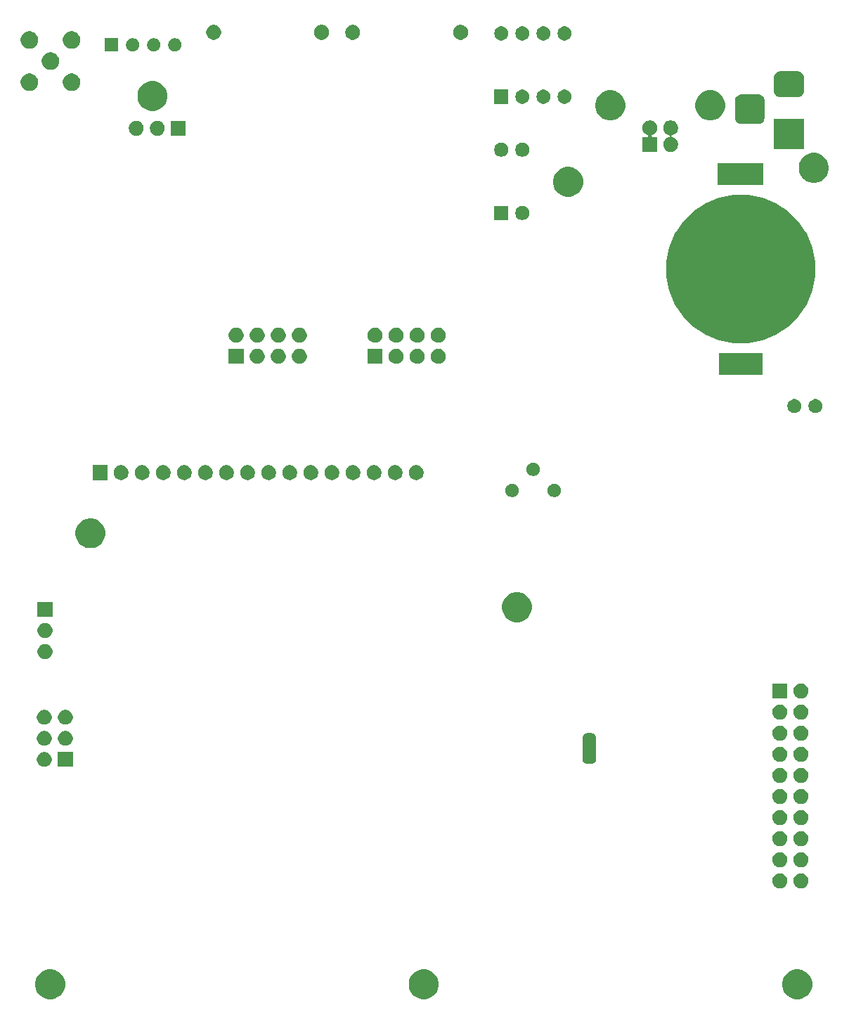
<source format=gbr>
G04 #@! TF.GenerationSoftware,KiCad,Pcbnew,(5.1.5)-3*
G04 #@! TF.CreationDate,2020-06-01T19:43:40+09:00*
G04 #@! TF.ProjectId,GPS___ ___ ver 1.1(__ __),47505370-7430-420a-91e0-302076657220,rev?*
G04 #@! TF.SameCoordinates,Original*
G04 #@! TF.FileFunction,Soldermask,Bot*
G04 #@! TF.FilePolarity,Negative*
%FSLAX46Y46*%
G04 Gerber Fmt 4.6, Leading zero omitted, Abs format (unit mm)*
G04 Created by KiCad (PCBNEW (5.1.5)-3) date 2020-06-01 19:43:40*
%MOMM*%
%LPD*%
G04 APERTURE LIST*
%ADD10C,0.100000*%
G04 APERTURE END LIST*
D10*
G36*
X187175331Y-141428211D02*
G01*
X187503092Y-141563974D01*
X187798070Y-141761072D01*
X188048928Y-142011930D01*
X188246026Y-142306908D01*
X188381789Y-142634669D01*
X188451000Y-142982616D01*
X188451000Y-143337384D01*
X188381789Y-143685331D01*
X188246026Y-144013092D01*
X188048928Y-144308070D01*
X187798070Y-144558928D01*
X187503092Y-144756026D01*
X187175331Y-144891789D01*
X186827384Y-144961000D01*
X186472616Y-144961000D01*
X186124669Y-144891789D01*
X185796908Y-144756026D01*
X185501930Y-144558928D01*
X185251072Y-144308070D01*
X185053974Y-144013092D01*
X184918211Y-143685331D01*
X184849000Y-143337384D01*
X184849000Y-142982616D01*
X184918211Y-142634669D01*
X185053974Y-142306908D01*
X185251072Y-142011930D01*
X185501930Y-141761072D01*
X185796908Y-141563974D01*
X186124669Y-141428211D01*
X186472616Y-141359000D01*
X186827384Y-141359000D01*
X187175331Y-141428211D01*
G37*
G36*
X142175331Y-141428211D02*
G01*
X142503092Y-141563974D01*
X142798070Y-141761072D01*
X143048928Y-142011930D01*
X143246026Y-142306908D01*
X143381789Y-142634669D01*
X143451000Y-142982616D01*
X143451000Y-143337384D01*
X143381789Y-143685331D01*
X143246026Y-144013092D01*
X143048928Y-144308070D01*
X142798070Y-144558928D01*
X142503092Y-144756026D01*
X142175331Y-144891789D01*
X141827384Y-144961000D01*
X141472616Y-144961000D01*
X141124669Y-144891789D01*
X140796908Y-144756026D01*
X140501930Y-144558928D01*
X140251072Y-144308070D01*
X140053974Y-144013092D01*
X139918211Y-143685331D01*
X139849000Y-143337384D01*
X139849000Y-142982616D01*
X139918211Y-142634669D01*
X140053974Y-142306908D01*
X140251072Y-142011930D01*
X140501930Y-141761072D01*
X140796908Y-141563974D01*
X141124669Y-141428211D01*
X141472616Y-141359000D01*
X141827384Y-141359000D01*
X142175331Y-141428211D01*
G37*
G36*
X97175331Y-141428211D02*
G01*
X97503092Y-141563974D01*
X97798070Y-141761072D01*
X98048928Y-142011930D01*
X98246026Y-142306908D01*
X98381789Y-142634669D01*
X98451000Y-142982616D01*
X98451000Y-143337384D01*
X98381789Y-143685331D01*
X98246026Y-144013092D01*
X98048928Y-144308070D01*
X97798070Y-144558928D01*
X97503092Y-144756026D01*
X97175331Y-144891789D01*
X96827384Y-144961000D01*
X96472616Y-144961000D01*
X96124669Y-144891789D01*
X95796908Y-144756026D01*
X95501930Y-144558928D01*
X95251072Y-144308070D01*
X95053974Y-144013092D01*
X94918211Y-143685331D01*
X94849000Y-143337384D01*
X94849000Y-142982616D01*
X94918211Y-142634669D01*
X95053974Y-142306908D01*
X95251072Y-142011930D01*
X95501930Y-141761072D01*
X95796908Y-141563974D01*
X96124669Y-141428211D01*
X96472616Y-141359000D01*
X96827384Y-141359000D01*
X97175331Y-141428211D01*
G37*
G36*
X187207512Y-129803927D02*
G01*
X187356812Y-129833624D01*
X187520784Y-129901544D01*
X187668354Y-130000147D01*
X187793853Y-130125646D01*
X187892456Y-130273216D01*
X187960376Y-130437188D01*
X187995000Y-130611259D01*
X187995000Y-130788741D01*
X187960376Y-130962812D01*
X187892456Y-131126784D01*
X187793853Y-131274354D01*
X187668354Y-131399853D01*
X187520784Y-131498456D01*
X187356812Y-131566376D01*
X187207512Y-131596073D01*
X187182742Y-131601000D01*
X187005258Y-131601000D01*
X186980488Y-131596073D01*
X186831188Y-131566376D01*
X186667216Y-131498456D01*
X186519646Y-131399853D01*
X186394147Y-131274354D01*
X186295544Y-131126784D01*
X186227624Y-130962812D01*
X186193000Y-130788741D01*
X186193000Y-130611259D01*
X186227624Y-130437188D01*
X186295544Y-130273216D01*
X186394147Y-130125646D01*
X186519646Y-130000147D01*
X186667216Y-129901544D01*
X186831188Y-129833624D01*
X186980488Y-129803927D01*
X187005258Y-129799000D01*
X187182742Y-129799000D01*
X187207512Y-129803927D01*
G37*
G36*
X184667512Y-129803927D02*
G01*
X184816812Y-129833624D01*
X184980784Y-129901544D01*
X185128354Y-130000147D01*
X185253853Y-130125646D01*
X185352456Y-130273216D01*
X185420376Y-130437188D01*
X185455000Y-130611259D01*
X185455000Y-130788741D01*
X185420376Y-130962812D01*
X185352456Y-131126784D01*
X185253853Y-131274354D01*
X185128354Y-131399853D01*
X184980784Y-131498456D01*
X184816812Y-131566376D01*
X184667512Y-131596073D01*
X184642742Y-131601000D01*
X184465258Y-131601000D01*
X184440488Y-131596073D01*
X184291188Y-131566376D01*
X184127216Y-131498456D01*
X183979646Y-131399853D01*
X183854147Y-131274354D01*
X183755544Y-131126784D01*
X183687624Y-130962812D01*
X183653000Y-130788741D01*
X183653000Y-130611259D01*
X183687624Y-130437188D01*
X183755544Y-130273216D01*
X183854147Y-130125646D01*
X183979646Y-130000147D01*
X184127216Y-129901544D01*
X184291188Y-129833624D01*
X184440488Y-129803927D01*
X184465258Y-129799000D01*
X184642742Y-129799000D01*
X184667512Y-129803927D01*
G37*
G36*
X184667512Y-127263927D02*
G01*
X184816812Y-127293624D01*
X184980784Y-127361544D01*
X185128354Y-127460147D01*
X185253853Y-127585646D01*
X185352456Y-127733216D01*
X185420376Y-127897188D01*
X185455000Y-128071259D01*
X185455000Y-128248741D01*
X185420376Y-128422812D01*
X185352456Y-128586784D01*
X185253853Y-128734354D01*
X185128354Y-128859853D01*
X184980784Y-128958456D01*
X184816812Y-129026376D01*
X184667512Y-129056073D01*
X184642742Y-129061000D01*
X184465258Y-129061000D01*
X184440488Y-129056073D01*
X184291188Y-129026376D01*
X184127216Y-128958456D01*
X183979646Y-128859853D01*
X183854147Y-128734354D01*
X183755544Y-128586784D01*
X183687624Y-128422812D01*
X183653000Y-128248741D01*
X183653000Y-128071259D01*
X183687624Y-127897188D01*
X183755544Y-127733216D01*
X183854147Y-127585646D01*
X183979646Y-127460147D01*
X184127216Y-127361544D01*
X184291188Y-127293624D01*
X184440488Y-127263927D01*
X184465258Y-127259000D01*
X184642742Y-127259000D01*
X184667512Y-127263927D01*
G37*
G36*
X187207512Y-127263927D02*
G01*
X187356812Y-127293624D01*
X187520784Y-127361544D01*
X187668354Y-127460147D01*
X187793853Y-127585646D01*
X187892456Y-127733216D01*
X187960376Y-127897188D01*
X187995000Y-128071259D01*
X187995000Y-128248741D01*
X187960376Y-128422812D01*
X187892456Y-128586784D01*
X187793853Y-128734354D01*
X187668354Y-128859853D01*
X187520784Y-128958456D01*
X187356812Y-129026376D01*
X187207512Y-129056073D01*
X187182742Y-129061000D01*
X187005258Y-129061000D01*
X186980488Y-129056073D01*
X186831188Y-129026376D01*
X186667216Y-128958456D01*
X186519646Y-128859853D01*
X186394147Y-128734354D01*
X186295544Y-128586784D01*
X186227624Y-128422812D01*
X186193000Y-128248741D01*
X186193000Y-128071259D01*
X186227624Y-127897188D01*
X186295544Y-127733216D01*
X186394147Y-127585646D01*
X186519646Y-127460147D01*
X186667216Y-127361544D01*
X186831188Y-127293624D01*
X186980488Y-127263927D01*
X187005258Y-127259000D01*
X187182742Y-127259000D01*
X187207512Y-127263927D01*
G37*
G36*
X184667512Y-124723927D02*
G01*
X184816812Y-124753624D01*
X184980784Y-124821544D01*
X185128354Y-124920147D01*
X185253853Y-125045646D01*
X185352456Y-125193216D01*
X185420376Y-125357188D01*
X185455000Y-125531259D01*
X185455000Y-125708741D01*
X185420376Y-125882812D01*
X185352456Y-126046784D01*
X185253853Y-126194354D01*
X185128354Y-126319853D01*
X184980784Y-126418456D01*
X184816812Y-126486376D01*
X184667512Y-126516073D01*
X184642742Y-126521000D01*
X184465258Y-126521000D01*
X184440488Y-126516073D01*
X184291188Y-126486376D01*
X184127216Y-126418456D01*
X183979646Y-126319853D01*
X183854147Y-126194354D01*
X183755544Y-126046784D01*
X183687624Y-125882812D01*
X183653000Y-125708741D01*
X183653000Y-125531259D01*
X183687624Y-125357188D01*
X183755544Y-125193216D01*
X183854147Y-125045646D01*
X183979646Y-124920147D01*
X184127216Y-124821544D01*
X184291188Y-124753624D01*
X184440488Y-124723927D01*
X184465258Y-124719000D01*
X184642742Y-124719000D01*
X184667512Y-124723927D01*
G37*
G36*
X187207512Y-124723927D02*
G01*
X187356812Y-124753624D01*
X187520784Y-124821544D01*
X187668354Y-124920147D01*
X187793853Y-125045646D01*
X187892456Y-125193216D01*
X187960376Y-125357188D01*
X187995000Y-125531259D01*
X187995000Y-125708741D01*
X187960376Y-125882812D01*
X187892456Y-126046784D01*
X187793853Y-126194354D01*
X187668354Y-126319853D01*
X187520784Y-126418456D01*
X187356812Y-126486376D01*
X187207512Y-126516073D01*
X187182742Y-126521000D01*
X187005258Y-126521000D01*
X186980488Y-126516073D01*
X186831188Y-126486376D01*
X186667216Y-126418456D01*
X186519646Y-126319853D01*
X186394147Y-126194354D01*
X186295544Y-126046784D01*
X186227624Y-125882812D01*
X186193000Y-125708741D01*
X186193000Y-125531259D01*
X186227624Y-125357188D01*
X186295544Y-125193216D01*
X186394147Y-125045646D01*
X186519646Y-124920147D01*
X186667216Y-124821544D01*
X186831188Y-124753624D01*
X186980488Y-124723927D01*
X187005258Y-124719000D01*
X187182742Y-124719000D01*
X187207512Y-124723927D01*
G37*
G36*
X184667512Y-122183927D02*
G01*
X184816812Y-122213624D01*
X184980784Y-122281544D01*
X185128354Y-122380147D01*
X185253853Y-122505646D01*
X185352456Y-122653216D01*
X185420376Y-122817188D01*
X185455000Y-122991259D01*
X185455000Y-123168741D01*
X185420376Y-123342812D01*
X185352456Y-123506784D01*
X185253853Y-123654354D01*
X185128354Y-123779853D01*
X184980784Y-123878456D01*
X184816812Y-123946376D01*
X184667512Y-123976073D01*
X184642742Y-123981000D01*
X184465258Y-123981000D01*
X184440488Y-123976073D01*
X184291188Y-123946376D01*
X184127216Y-123878456D01*
X183979646Y-123779853D01*
X183854147Y-123654354D01*
X183755544Y-123506784D01*
X183687624Y-123342812D01*
X183653000Y-123168741D01*
X183653000Y-122991259D01*
X183687624Y-122817188D01*
X183755544Y-122653216D01*
X183854147Y-122505646D01*
X183979646Y-122380147D01*
X184127216Y-122281544D01*
X184291188Y-122213624D01*
X184440488Y-122183927D01*
X184465258Y-122179000D01*
X184642742Y-122179000D01*
X184667512Y-122183927D01*
G37*
G36*
X187207512Y-122183927D02*
G01*
X187356812Y-122213624D01*
X187520784Y-122281544D01*
X187668354Y-122380147D01*
X187793853Y-122505646D01*
X187892456Y-122653216D01*
X187960376Y-122817188D01*
X187995000Y-122991259D01*
X187995000Y-123168741D01*
X187960376Y-123342812D01*
X187892456Y-123506784D01*
X187793853Y-123654354D01*
X187668354Y-123779853D01*
X187520784Y-123878456D01*
X187356812Y-123946376D01*
X187207512Y-123976073D01*
X187182742Y-123981000D01*
X187005258Y-123981000D01*
X186980488Y-123976073D01*
X186831188Y-123946376D01*
X186667216Y-123878456D01*
X186519646Y-123779853D01*
X186394147Y-123654354D01*
X186295544Y-123506784D01*
X186227624Y-123342812D01*
X186193000Y-123168741D01*
X186193000Y-122991259D01*
X186227624Y-122817188D01*
X186295544Y-122653216D01*
X186394147Y-122505646D01*
X186519646Y-122380147D01*
X186667216Y-122281544D01*
X186831188Y-122213624D01*
X186980488Y-122183927D01*
X187005258Y-122179000D01*
X187182742Y-122179000D01*
X187207512Y-122183927D01*
G37*
G36*
X184667512Y-119643927D02*
G01*
X184816812Y-119673624D01*
X184980784Y-119741544D01*
X185128354Y-119840147D01*
X185253853Y-119965646D01*
X185352456Y-120113216D01*
X185420376Y-120277188D01*
X185455000Y-120451259D01*
X185455000Y-120628741D01*
X185420376Y-120802812D01*
X185352456Y-120966784D01*
X185253853Y-121114354D01*
X185128354Y-121239853D01*
X184980784Y-121338456D01*
X184816812Y-121406376D01*
X184667512Y-121436073D01*
X184642742Y-121441000D01*
X184465258Y-121441000D01*
X184440488Y-121436073D01*
X184291188Y-121406376D01*
X184127216Y-121338456D01*
X183979646Y-121239853D01*
X183854147Y-121114354D01*
X183755544Y-120966784D01*
X183687624Y-120802812D01*
X183653000Y-120628741D01*
X183653000Y-120451259D01*
X183687624Y-120277188D01*
X183755544Y-120113216D01*
X183854147Y-119965646D01*
X183979646Y-119840147D01*
X184127216Y-119741544D01*
X184291188Y-119673624D01*
X184440488Y-119643927D01*
X184465258Y-119639000D01*
X184642742Y-119639000D01*
X184667512Y-119643927D01*
G37*
G36*
X187207512Y-119643927D02*
G01*
X187356812Y-119673624D01*
X187520784Y-119741544D01*
X187668354Y-119840147D01*
X187793853Y-119965646D01*
X187892456Y-120113216D01*
X187960376Y-120277188D01*
X187995000Y-120451259D01*
X187995000Y-120628741D01*
X187960376Y-120802812D01*
X187892456Y-120966784D01*
X187793853Y-121114354D01*
X187668354Y-121239853D01*
X187520784Y-121338456D01*
X187356812Y-121406376D01*
X187207512Y-121436073D01*
X187182742Y-121441000D01*
X187005258Y-121441000D01*
X186980488Y-121436073D01*
X186831188Y-121406376D01*
X186667216Y-121338456D01*
X186519646Y-121239853D01*
X186394147Y-121114354D01*
X186295544Y-120966784D01*
X186227624Y-120802812D01*
X186193000Y-120628741D01*
X186193000Y-120451259D01*
X186227624Y-120277188D01*
X186295544Y-120113216D01*
X186394147Y-119965646D01*
X186519646Y-119840147D01*
X186667216Y-119741544D01*
X186831188Y-119673624D01*
X186980488Y-119643927D01*
X187005258Y-119639000D01*
X187182742Y-119639000D01*
X187207512Y-119643927D01*
G37*
G36*
X187207512Y-117103927D02*
G01*
X187356812Y-117133624D01*
X187520784Y-117201544D01*
X187668354Y-117300147D01*
X187793853Y-117425646D01*
X187892456Y-117573216D01*
X187960376Y-117737188D01*
X187995000Y-117911259D01*
X187995000Y-118088741D01*
X187960376Y-118262812D01*
X187892456Y-118426784D01*
X187793853Y-118574354D01*
X187668354Y-118699853D01*
X187520784Y-118798456D01*
X187356812Y-118866376D01*
X187207512Y-118896073D01*
X187182742Y-118901000D01*
X187005258Y-118901000D01*
X186980488Y-118896073D01*
X186831188Y-118866376D01*
X186667216Y-118798456D01*
X186519646Y-118699853D01*
X186394147Y-118574354D01*
X186295544Y-118426784D01*
X186227624Y-118262812D01*
X186193000Y-118088741D01*
X186193000Y-117911259D01*
X186227624Y-117737188D01*
X186295544Y-117573216D01*
X186394147Y-117425646D01*
X186519646Y-117300147D01*
X186667216Y-117201544D01*
X186831188Y-117133624D01*
X186980488Y-117103927D01*
X187005258Y-117099000D01*
X187182742Y-117099000D01*
X187207512Y-117103927D01*
G37*
G36*
X184667512Y-117103927D02*
G01*
X184816812Y-117133624D01*
X184980784Y-117201544D01*
X185128354Y-117300147D01*
X185253853Y-117425646D01*
X185352456Y-117573216D01*
X185420376Y-117737188D01*
X185455000Y-117911259D01*
X185455000Y-118088741D01*
X185420376Y-118262812D01*
X185352456Y-118426784D01*
X185253853Y-118574354D01*
X185128354Y-118699853D01*
X184980784Y-118798456D01*
X184816812Y-118866376D01*
X184667512Y-118896073D01*
X184642742Y-118901000D01*
X184465258Y-118901000D01*
X184440488Y-118896073D01*
X184291188Y-118866376D01*
X184127216Y-118798456D01*
X183979646Y-118699853D01*
X183854147Y-118574354D01*
X183755544Y-118426784D01*
X183687624Y-118262812D01*
X183653000Y-118088741D01*
X183653000Y-117911259D01*
X183687624Y-117737188D01*
X183755544Y-117573216D01*
X183854147Y-117425646D01*
X183979646Y-117300147D01*
X184127216Y-117201544D01*
X184291188Y-117133624D01*
X184440488Y-117103927D01*
X184465258Y-117099000D01*
X184642742Y-117099000D01*
X184667512Y-117103927D01*
G37*
G36*
X96057512Y-115201727D02*
G01*
X96206812Y-115231424D01*
X96370784Y-115299344D01*
X96518354Y-115397947D01*
X96643853Y-115523446D01*
X96742456Y-115671016D01*
X96810376Y-115834988D01*
X96845000Y-116009059D01*
X96845000Y-116186541D01*
X96810376Y-116360612D01*
X96742456Y-116524584D01*
X96643853Y-116672154D01*
X96518354Y-116797653D01*
X96370784Y-116896256D01*
X96206812Y-116964176D01*
X96057512Y-116993873D01*
X96032742Y-116998800D01*
X95855258Y-116998800D01*
X95830488Y-116993873D01*
X95681188Y-116964176D01*
X95517216Y-116896256D01*
X95369646Y-116797653D01*
X95244147Y-116672154D01*
X95145544Y-116524584D01*
X95077624Y-116360612D01*
X95043000Y-116186541D01*
X95043000Y-116009059D01*
X95077624Y-115834988D01*
X95145544Y-115671016D01*
X95244147Y-115523446D01*
X95369646Y-115397947D01*
X95517216Y-115299344D01*
X95681188Y-115231424D01*
X95830488Y-115201727D01*
X95855258Y-115196800D01*
X96032742Y-115196800D01*
X96057512Y-115201727D01*
G37*
G36*
X99385000Y-116998800D02*
G01*
X97583000Y-116998800D01*
X97583000Y-115196800D01*
X99385000Y-115196800D01*
X99385000Y-116998800D01*
G37*
G36*
X161862199Y-112926954D02*
G01*
X161874450Y-112927556D01*
X161892869Y-112927556D01*
X161915149Y-112929750D01*
X161999233Y-112946476D01*
X162020660Y-112952976D01*
X162099858Y-112985780D01*
X162105303Y-112988691D01*
X162105309Y-112988693D01*
X162114169Y-112993429D01*
X162114173Y-112993432D01*
X162119614Y-112996340D01*
X162190899Y-113043971D01*
X162208204Y-113058172D01*
X162268828Y-113118796D01*
X162283029Y-113136101D01*
X162330660Y-113207386D01*
X162333568Y-113212827D01*
X162333571Y-113212831D01*
X162338307Y-113221691D01*
X162338309Y-113221697D01*
X162341220Y-113227142D01*
X162374024Y-113306340D01*
X162380524Y-113327767D01*
X162397250Y-113411851D01*
X162399444Y-113434131D01*
X162399444Y-113452550D01*
X162400046Y-113464801D01*
X162401852Y-113483139D01*
X162401852Y-114020860D01*
X162400263Y-114036999D01*
X162395855Y-114051528D01*
X162390394Y-114064711D01*
X162385612Y-114088745D01*
X162385611Y-114113249D01*
X162390391Y-114137282D01*
X162399768Y-114159921D01*
X162401000Y-114161765D01*
X162401000Y-115393050D01*
X162394525Y-115405164D01*
X162387412Y-115428613D01*
X162385010Y-115452999D01*
X162387412Y-115477385D01*
X162394525Y-115500834D01*
X162396848Y-115505746D01*
X162400263Y-115517001D01*
X162401852Y-115533140D01*
X162401852Y-116070862D01*
X162400046Y-116089199D01*
X162399444Y-116101450D01*
X162399444Y-116119869D01*
X162397250Y-116142149D01*
X162380524Y-116226233D01*
X162374024Y-116247660D01*
X162341220Y-116326858D01*
X162338309Y-116332303D01*
X162338307Y-116332309D01*
X162333571Y-116341169D01*
X162333568Y-116341173D01*
X162330660Y-116346614D01*
X162283029Y-116417899D01*
X162268828Y-116435204D01*
X162208204Y-116495828D01*
X162190899Y-116510029D01*
X162119614Y-116557660D01*
X162114173Y-116560568D01*
X162114169Y-116560571D01*
X162105309Y-116565307D01*
X162105303Y-116565309D01*
X162099858Y-116568220D01*
X162020660Y-116601024D01*
X161999233Y-116607524D01*
X161915149Y-116624250D01*
X161892869Y-116626444D01*
X161874450Y-116626444D01*
X161862199Y-116627046D01*
X161843862Y-116628852D01*
X161356138Y-116628852D01*
X161337801Y-116627046D01*
X161325550Y-116626444D01*
X161307131Y-116626444D01*
X161284851Y-116624250D01*
X161200767Y-116607524D01*
X161179340Y-116601024D01*
X161100142Y-116568220D01*
X161094697Y-116565309D01*
X161094691Y-116565307D01*
X161085831Y-116560571D01*
X161085827Y-116560568D01*
X161080386Y-116557660D01*
X161009101Y-116510029D01*
X160991796Y-116495828D01*
X160931172Y-116435204D01*
X160916971Y-116417899D01*
X160869340Y-116346614D01*
X160866432Y-116341173D01*
X160866429Y-116341169D01*
X160861693Y-116332309D01*
X160861691Y-116332303D01*
X160858780Y-116326858D01*
X160825976Y-116247660D01*
X160819476Y-116226233D01*
X160802750Y-116142149D01*
X160800556Y-116119869D01*
X160800556Y-116101450D01*
X160799954Y-116089199D01*
X160798148Y-116070862D01*
X160798148Y-115533140D01*
X160799737Y-115517001D01*
X160804145Y-115502472D01*
X160809606Y-115489289D01*
X160814388Y-115465255D01*
X160814389Y-115440751D01*
X160809609Y-115416718D01*
X160800232Y-115394079D01*
X160799000Y-115392235D01*
X160799000Y-114160950D01*
X160805475Y-114148836D01*
X160812588Y-114125387D01*
X160814990Y-114101001D01*
X160812588Y-114076615D01*
X160805475Y-114053166D01*
X160803152Y-114048254D01*
X160799737Y-114036999D01*
X160798148Y-114020860D01*
X160798148Y-113483139D01*
X160799954Y-113464801D01*
X160800556Y-113452550D01*
X160800556Y-113434131D01*
X160802750Y-113411851D01*
X160819476Y-113327767D01*
X160825976Y-113306340D01*
X160858780Y-113227142D01*
X160861691Y-113221697D01*
X160861693Y-113221691D01*
X160866429Y-113212831D01*
X160866432Y-113212827D01*
X160869340Y-113207386D01*
X160916971Y-113136101D01*
X160931172Y-113118796D01*
X160991796Y-113058172D01*
X161009101Y-113043971D01*
X161080386Y-112996340D01*
X161085827Y-112993432D01*
X161085831Y-112993429D01*
X161094691Y-112988693D01*
X161094697Y-112988691D01*
X161100142Y-112985780D01*
X161179340Y-112952976D01*
X161200767Y-112946476D01*
X161284851Y-112929750D01*
X161307131Y-112927556D01*
X161325550Y-112927556D01*
X161337801Y-112926954D01*
X161356139Y-112925148D01*
X161843861Y-112925148D01*
X161862199Y-112926954D01*
G37*
G36*
X187207512Y-114563927D02*
G01*
X187356812Y-114593624D01*
X187520784Y-114661544D01*
X187668354Y-114760147D01*
X187793853Y-114885646D01*
X187892456Y-115033216D01*
X187960376Y-115197188D01*
X187995000Y-115371259D01*
X187995000Y-115548741D01*
X187960376Y-115722812D01*
X187892456Y-115886784D01*
X187793853Y-116034354D01*
X187668354Y-116159853D01*
X187520784Y-116258456D01*
X187356812Y-116326376D01*
X187207512Y-116356073D01*
X187182742Y-116361000D01*
X187005258Y-116361000D01*
X186980488Y-116356073D01*
X186831188Y-116326376D01*
X186667216Y-116258456D01*
X186519646Y-116159853D01*
X186394147Y-116034354D01*
X186295544Y-115886784D01*
X186227624Y-115722812D01*
X186193000Y-115548741D01*
X186193000Y-115371259D01*
X186227624Y-115197188D01*
X186295544Y-115033216D01*
X186394147Y-114885646D01*
X186519646Y-114760147D01*
X186667216Y-114661544D01*
X186831188Y-114593624D01*
X186980488Y-114563927D01*
X187005258Y-114559000D01*
X187182742Y-114559000D01*
X187207512Y-114563927D01*
G37*
G36*
X184667512Y-114563927D02*
G01*
X184816812Y-114593624D01*
X184980784Y-114661544D01*
X185128354Y-114760147D01*
X185253853Y-114885646D01*
X185352456Y-115033216D01*
X185420376Y-115197188D01*
X185455000Y-115371259D01*
X185455000Y-115548741D01*
X185420376Y-115722812D01*
X185352456Y-115886784D01*
X185253853Y-116034354D01*
X185128354Y-116159853D01*
X184980784Y-116258456D01*
X184816812Y-116326376D01*
X184667512Y-116356073D01*
X184642742Y-116361000D01*
X184465258Y-116361000D01*
X184440488Y-116356073D01*
X184291188Y-116326376D01*
X184127216Y-116258456D01*
X183979646Y-116159853D01*
X183854147Y-116034354D01*
X183755544Y-115886784D01*
X183687624Y-115722812D01*
X183653000Y-115548741D01*
X183653000Y-115371259D01*
X183687624Y-115197188D01*
X183755544Y-115033216D01*
X183854147Y-114885646D01*
X183979646Y-114760147D01*
X184127216Y-114661544D01*
X184291188Y-114593624D01*
X184440488Y-114563927D01*
X184465258Y-114559000D01*
X184642742Y-114559000D01*
X184667512Y-114563927D01*
G37*
G36*
X96057512Y-112661727D02*
G01*
X96206812Y-112691424D01*
X96370784Y-112759344D01*
X96518354Y-112857947D01*
X96643853Y-112983446D01*
X96742456Y-113131016D01*
X96810376Y-113294988D01*
X96845000Y-113469059D01*
X96845000Y-113646541D01*
X96810376Y-113820612D01*
X96742456Y-113984584D01*
X96643853Y-114132154D01*
X96518354Y-114257653D01*
X96370784Y-114356256D01*
X96206812Y-114424176D01*
X96057512Y-114453873D01*
X96032742Y-114458800D01*
X95855258Y-114458800D01*
X95830488Y-114453873D01*
X95681188Y-114424176D01*
X95517216Y-114356256D01*
X95369646Y-114257653D01*
X95244147Y-114132154D01*
X95145544Y-113984584D01*
X95077624Y-113820612D01*
X95043000Y-113646541D01*
X95043000Y-113469059D01*
X95077624Y-113294988D01*
X95145544Y-113131016D01*
X95244147Y-112983446D01*
X95369646Y-112857947D01*
X95517216Y-112759344D01*
X95681188Y-112691424D01*
X95830488Y-112661727D01*
X95855258Y-112656800D01*
X96032742Y-112656800D01*
X96057512Y-112661727D01*
G37*
G36*
X98597512Y-112661727D02*
G01*
X98746812Y-112691424D01*
X98910784Y-112759344D01*
X99058354Y-112857947D01*
X99183853Y-112983446D01*
X99282456Y-113131016D01*
X99350376Y-113294988D01*
X99385000Y-113469059D01*
X99385000Y-113646541D01*
X99350376Y-113820612D01*
X99282456Y-113984584D01*
X99183853Y-114132154D01*
X99058354Y-114257653D01*
X98910784Y-114356256D01*
X98746812Y-114424176D01*
X98597512Y-114453873D01*
X98572742Y-114458800D01*
X98395258Y-114458800D01*
X98370488Y-114453873D01*
X98221188Y-114424176D01*
X98057216Y-114356256D01*
X97909646Y-114257653D01*
X97784147Y-114132154D01*
X97685544Y-113984584D01*
X97617624Y-113820612D01*
X97583000Y-113646541D01*
X97583000Y-113469059D01*
X97617624Y-113294988D01*
X97685544Y-113131016D01*
X97784147Y-112983446D01*
X97909646Y-112857947D01*
X98057216Y-112759344D01*
X98221188Y-112691424D01*
X98370488Y-112661727D01*
X98395258Y-112656800D01*
X98572742Y-112656800D01*
X98597512Y-112661727D01*
G37*
G36*
X187207512Y-112023927D02*
G01*
X187356812Y-112053624D01*
X187520784Y-112121544D01*
X187668354Y-112220147D01*
X187793853Y-112345646D01*
X187892456Y-112493216D01*
X187960376Y-112657188D01*
X187995000Y-112831259D01*
X187995000Y-113008741D01*
X187960376Y-113182812D01*
X187892456Y-113346784D01*
X187793853Y-113494354D01*
X187668354Y-113619853D01*
X187520784Y-113718456D01*
X187356812Y-113786376D01*
X187207512Y-113816073D01*
X187182742Y-113821000D01*
X187005258Y-113821000D01*
X186980488Y-113816073D01*
X186831188Y-113786376D01*
X186667216Y-113718456D01*
X186519646Y-113619853D01*
X186394147Y-113494354D01*
X186295544Y-113346784D01*
X186227624Y-113182812D01*
X186193000Y-113008741D01*
X186193000Y-112831259D01*
X186227624Y-112657188D01*
X186295544Y-112493216D01*
X186394147Y-112345646D01*
X186519646Y-112220147D01*
X186667216Y-112121544D01*
X186831188Y-112053624D01*
X186980488Y-112023927D01*
X187005258Y-112019000D01*
X187182742Y-112019000D01*
X187207512Y-112023927D01*
G37*
G36*
X184667512Y-112023927D02*
G01*
X184816812Y-112053624D01*
X184980784Y-112121544D01*
X185128354Y-112220147D01*
X185253853Y-112345646D01*
X185352456Y-112493216D01*
X185420376Y-112657188D01*
X185455000Y-112831259D01*
X185455000Y-113008741D01*
X185420376Y-113182812D01*
X185352456Y-113346784D01*
X185253853Y-113494354D01*
X185128354Y-113619853D01*
X184980784Y-113718456D01*
X184816812Y-113786376D01*
X184667512Y-113816073D01*
X184642742Y-113821000D01*
X184465258Y-113821000D01*
X184440488Y-113816073D01*
X184291188Y-113786376D01*
X184127216Y-113718456D01*
X183979646Y-113619853D01*
X183854147Y-113494354D01*
X183755544Y-113346784D01*
X183687624Y-113182812D01*
X183653000Y-113008741D01*
X183653000Y-112831259D01*
X183687624Y-112657188D01*
X183755544Y-112493216D01*
X183854147Y-112345646D01*
X183979646Y-112220147D01*
X184127216Y-112121544D01*
X184291188Y-112053624D01*
X184440488Y-112023927D01*
X184465258Y-112019000D01*
X184642742Y-112019000D01*
X184667512Y-112023927D01*
G37*
G36*
X98597512Y-110121727D02*
G01*
X98746812Y-110151424D01*
X98910784Y-110219344D01*
X99058354Y-110317947D01*
X99183853Y-110443446D01*
X99282456Y-110591016D01*
X99350376Y-110754988D01*
X99385000Y-110929059D01*
X99385000Y-111106541D01*
X99350376Y-111280612D01*
X99282456Y-111444584D01*
X99183853Y-111592154D01*
X99058354Y-111717653D01*
X98910784Y-111816256D01*
X98746812Y-111884176D01*
X98597512Y-111913873D01*
X98572742Y-111918800D01*
X98395258Y-111918800D01*
X98370488Y-111913873D01*
X98221188Y-111884176D01*
X98057216Y-111816256D01*
X97909646Y-111717653D01*
X97784147Y-111592154D01*
X97685544Y-111444584D01*
X97617624Y-111280612D01*
X97583000Y-111106541D01*
X97583000Y-110929059D01*
X97617624Y-110754988D01*
X97685544Y-110591016D01*
X97784147Y-110443446D01*
X97909646Y-110317947D01*
X98057216Y-110219344D01*
X98221188Y-110151424D01*
X98370488Y-110121727D01*
X98395258Y-110116800D01*
X98572742Y-110116800D01*
X98597512Y-110121727D01*
G37*
G36*
X96057512Y-110121727D02*
G01*
X96206812Y-110151424D01*
X96370784Y-110219344D01*
X96518354Y-110317947D01*
X96643853Y-110443446D01*
X96742456Y-110591016D01*
X96810376Y-110754988D01*
X96845000Y-110929059D01*
X96845000Y-111106541D01*
X96810376Y-111280612D01*
X96742456Y-111444584D01*
X96643853Y-111592154D01*
X96518354Y-111717653D01*
X96370784Y-111816256D01*
X96206812Y-111884176D01*
X96057512Y-111913873D01*
X96032742Y-111918800D01*
X95855258Y-111918800D01*
X95830488Y-111913873D01*
X95681188Y-111884176D01*
X95517216Y-111816256D01*
X95369646Y-111717653D01*
X95244147Y-111592154D01*
X95145544Y-111444584D01*
X95077624Y-111280612D01*
X95043000Y-111106541D01*
X95043000Y-110929059D01*
X95077624Y-110754988D01*
X95145544Y-110591016D01*
X95244147Y-110443446D01*
X95369646Y-110317947D01*
X95517216Y-110219344D01*
X95681188Y-110151424D01*
X95830488Y-110121727D01*
X95855258Y-110116800D01*
X96032742Y-110116800D01*
X96057512Y-110121727D01*
G37*
G36*
X184667512Y-109483927D02*
G01*
X184816812Y-109513624D01*
X184980784Y-109581544D01*
X185128354Y-109680147D01*
X185253853Y-109805646D01*
X185352456Y-109953216D01*
X185420376Y-110117188D01*
X185455000Y-110291259D01*
X185455000Y-110468741D01*
X185420376Y-110642812D01*
X185352456Y-110806784D01*
X185253853Y-110954354D01*
X185128354Y-111079853D01*
X184980784Y-111178456D01*
X184816812Y-111246376D01*
X184667512Y-111276073D01*
X184642742Y-111281000D01*
X184465258Y-111281000D01*
X184440488Y-111276073D01*
X184291188Y-111246376D01*
X184127216Y-111178456D01*
X183979646Y-111079853D01*
X183854147Y-110954354D01*
X183755544Y-110806784D01*
X183687624Y-110642812D01*
X183653000Y-110468741D01*
X183653000Y-110291259D01*
X183687624Y-110117188D01*
X183755544Y-109953216D01*
X183854147Y-109805646D01*
X183979646Y-109680147D01*
X184127216Y-109581544D01*
X184291188Y-109513624D01*
X184440488Y-109483927D01*
X184465258Y-109479000D01*
X184642742Y-109479000D01*
X184667512Y-109483927D01*
G37*
G36*
X187207512Y-109483927D02*
G01*
X187356812Y-109513624D01*
X187520784Y-109581544D01*
X187668354Y-109680147D01*
X187793853Y-109805646D01*
X187892456Y-109953216D01*
X187960376Y-110117188D01*
X187995000Y-110291259D01*
X187995000Y-110468741D01*
X187960376Y-110642812D01*
X187892456Y-110806784D01*
X187793853Y-110954354D01*
X187668354Y-111079853D01*
X187520784Y-111178456D01*
X187356812Y-111246376D01*
X187207512Y-111276073D01*
X187182742Y-111281000D01*
X187005258Y-111281000D01*
X186980488Y-111276073D01*
X186831188Y-111246376D01*
X186667216Y-111178456D01*
X186519646Y-111079853D01*
X186394147Y-110954354D01*
X186295544Y-110806784D01*
X186227624Y-110642812D01*
X186193000Y-110468741D01*
X186193000Y-110291259D01*
X186227624Y-110117188D01*
X186295544Y-109953216D01*
X186394147Y-109805646D01*
X186519646Y-109680147D01*
X186667216Y-109581544D01*
X186831188Y-109513624D01*
X186980488Y-109483927D01*
X187005258Y-109479000D01*
X187182742Y-109479000D01*
X187207512Y-109483927D01*
G37*
G36*
X187207512Y-106943927D02*
G01*
X187356812Y-106973624D01*
X187520784Y-107041544D01*
X187668354Y-107140147D01*
X187793853Y-107265646D01*
X187892456Y-107413216D01*
X187960376Y-107577188D01*
X187995000Y-107751259D01*
X187995000Y-107928741D01*
X187960376Y-108102812D01*
X187892456Y-108266784D01*
X187793853Y-108414354D01*
X187668354Y-108539853D01*
X187520784Y-108638456D01*
X187356812Y-108706376D01*
X187207512Y-108736073D01*
X187182742Y-108741000D01*
X187005258Y-108741000D01*
X186980488Y-108736073D01*
X186831188Y-108706376D01*
X186667216Y-108638456D01*
X186519646Y-108539853D01*
X186394147Y-108414354D01*
X186295544Y-108266784D01*
X186227624Y-108102812D01*
X186193000Y-107928741D01*
X186193000Y-107751259D01*
X186227624Y-107577188D01*
X186295544Y-107413216D01*
X186394147Y-107265646D01*
X186519646Y-107140147D01*
X186667216Y-107041544D01*
X186831188Y-106973624D01*
X186980488Y-106943927D01*
X187005258Y-106939000D01*
X187182742Y-106939000D01*
X187207512Y-106943927D01*
G37*
G36*
X185455000Y-108741000D02*
G01*
X183653000Y-108741000D01*
X183653000Y-106939000D01*
X185455000Y-106939000D01*
X185455000Y-108741000D01*
G37*
G36*
X96138512Y-102218927D02*
G01*
X96287812Y-102248624D01*
X96451784Y-102316544D01*
X96599354Y-102415147D01*
X96724853Y-102540646D01*
X96823456Y-102688216D01*
X96891376Y-102852188D01*
X96926000Y-103026259D01*
X96926000Y-103203741D01*
X96891376Y-103377812D01*
X96823456Y-103541784D01*
X96724853Y-103689354D01*
X96599354Y-103814853D01*
X96451784Y-103913456D01*
X96287812Y-103981376D01*
X96138512Y-104011073D01*
X96113742Y-104016000D01*
X95936258Y-104016000D01*
X95911488Y-104011073D01*
X95762188Y-103981376D01*
X95598216Y-103913456D01*
X95450646Y-103814853D01*
X95325147Y-103689354D01*
X95226544Y-103541784D01*
X95158624Y-103377812D01*
X95124000Y-103203741D01*
X95124000Y-103026259D01*
X95158624Y-102852188D01*
X95226544Y-102688216D01*
X95325147Y-102540646D01*
X95450646Y-102415147D01*
X95598216Y-102316544D01*
X95762188Y-102248624D01*
X95911488Y-102218927D01*
X95936258Y-102214000D01*
X96113742Y-102214000D01*
X96138512Y-102218927D01*
G37*
G36*
X96138512Y-99678927D02*
G01*
X96287812Y-99708624D01*
X96451784Y-99776544D01*
X96599354Y-99875147D01*
X96724853Y-100000646D01*
X96823456Y-100148216D01*
X96891376Y-100312188D01*
X96926000Y-100486259D01*
X96926000Y-100663741D01*
X96891376Y-100837812D01*
X96823456Y-101001784D01*
X96724853Y-101149354D01*
X96599354Y-101274853D01*
X96451784Y-101373456D01*
X96287812Y-101441376D01*
X96138512Y-101471073D01*
X96113742Y-101476000D01*
X95936258Y-101476000D01*
X95911488Y-101471073D01*
X95762188Y-101441376D01*
X95598216Y-101373456D01*
X95450646Y-101274853D01*
X95325147Y-101149354D01*
X95226544Y-101001784D01*
X95158624Y-100837812D01*
X95124000Y-100663741D01*
X95124000Y-100486259D01*
X95158624Y-100312188D01*
X95226544Y-100148216D01*
X95325147Y-100000646D01*
X95450646Y-99875147D01*
X95598216Y-99776544D01*
X95762188Y-99708624D01*
X95911488Y-99678927D01*
X95936258Y-99674000D01*
X96113742Y-99674000D01*
X96138512Y-99678927D01*
G37*
G36*
X153405331Y-96028211D02*
G01*
X153733092Y-96163974D01*
X154028070Y-96361072D01*
X154278928Y-96611930D01*
X154476026Y-96906908D01*
X154611789Y-97234669D01*
X154681000Y-97582616D01*
X154681000Y-97937384D01*
X154611789Y-98285331D01*
X154476026Y-98613092D01*
X154278928Y-98908070D01*
X154028070Y-99158928D01*
X153733092Y-99356026D01*
X153405331Y-99491789D01*
X153057384Y-99561000D01*
X152702616Y-99561000D01*
X152354669Y-99491789D01*
X152026908Y-99356026D01*
X151731930Y-99158928D01*
X151481072Y-98908070D01*
X151283974Y-98613092D01*
X151148211Y-98285331D01*
X151079000Y-97937384D01*
X151079000Y-97582616D01*
X151148211Y-97234669D01*
X151283974Y-96906908D01*
X151481072Y-96611930D01*
X151731930Y-96361072D01*
X152026908Y-96163974D01*
X152354669Y-96028211D01*
X152702616Y-95959000D01*
X153057384Y-95959000D01*
X153405331Y-96028211D01*
G37*
G36*
X96926000Y-98936000D02*
G01*
X95124000Y-98936000D01*
X95124000Y-97134000D01*
X96926000Y-97134000D01*
X96926000Y-98936000D01*
G37*
G36*
X102025331Y-87128211D02*
G01*
X102353092Y-87263974D01*
X102648070Y-87461072D01*
X102898928Y-87711930D01*
X103096026Y-88006908D01*
X103231789Y-88334669D01*
X103301000Y-88682616D01*
X103301000Y-89037384D01*
X103231789Y-89385331D01*
X103096026Y-89713092D01*
X102898928Y-90008070D01*
X102648070Y-90258928D01*
X102353092Y-90456026D01*
X102025331Y-90591789D01*
X101677384Y-90661000D01*
X101322616Y-90661000D01*
X100974669Y-90591789D01*
X100646908Y-90456026D01*
X100351930Y-90258928D01*
X100101072Y-90008070D01*
X99903974Y-89713092D01*
X99768211Y-89385331D01*
X99699000Y-89037384D01*
X99699000Y-88682616D01*
X99768211Y-88334669D01*
X99903974Y-88006908D01*
X100101072Y-87711930D01*
X100351930Y-87461072D01*
X100646908Y-87263974D01*
X100974669Y-87128211D01*
X101322616Y-87059000D01*
X101677384Y-87059000D01*
X102025331Y-87128211D01*
G37*
G36*
X152547142Y-82918242D02*
G01*
X152695101Y-82979529D01*
X152828255Y-83068499D01*
X152941501Y-83181745D01*
X153030471Y-83314899D01*
X153091758Y-83462858D01*
X153123000Y-83619925D01*
X153123000Y-83780075D01*
X153091758Y-83937142D01*
X153030471Y-84085101D01*
X152941501Y-84218255D01*
X152828255Y-84331501D01*
X152695101Y-84420471D01*
X152547142Y-84481758D01*
X152390075Y-84513000D01*
X152229925Y-84513000D01*
X152072858Y-84481758D01*
X151924899Y-84420471D01*
X151791745Y-84331501D01*
X151678499Y-84218255D01*
X151589529Y-84085101D01*
X151528242Y-83937142D01*
X151497000Y-83780075D01*
X151497000Y-83619925D01*
X151528242Y-83462858D01*
X151589529Y-83314899D01*
X151678499Y-83181745D01*
X151791745Y-83068499D01*
X151924899Y-82979529D01*
X152072858Y-82918242D01*
X152229925Y-82887000D01*
X152390075Y-82887000D01*
X152547142Y-82918242D01*
G37*
G36*
X157627142Y-82918242D02*
G01*
X157775101Y-82979529D01*
X157908255Y-83068499D01*
X158021501Y-83181745D01*
X158110471Y-83314899D01*
X158171758Y-83462858D01*
X158203000Y-83619925D01*
X158203000Y-83780075D01*
X158171758Y-83937142D01*
X158110471Y-84085101D01*
X158021501Y-84218255D01*
X157908255Y-84331501D01*
X157775101Y-84420471D01*
X157627142Y-84481758D01*
X157470075Y-84513000D01*
X157309925Y-84513000D01*
X157152858Y-84481758D01*
X157004899Y-84420471D01*
X156871745Y-84331501D01*
X156758499Y-84218255D01*
X156669529Y-84085101D01*
X156608242Y-83937142D01*
X156577000Y-83780075D01*
X156577000Y-83619925D01*
X156608242Y-83462858D01*
X156669529Y-83314899D01*
X156758499Y-83181745D01*
X156871745Y-83068499D01*
X157004899Y-82979529D01*
X157152858Y-82918242D01*
X157309925Y-82887000D01*
X157470075Y-82887000D01*
X157627142Y-82918242D01*
G37*
G36*
X135783512Y-80663927D02*
G01*
X135932812Y-80693624D01*
X136096784Y-80761544D01*
X136244354Y-80860147D01*
X136369853Y-80985646D01*
X136468456Y-81133216D01*
X136536376Y-81297188D01*
X136571000Y-81471259D01*
X136571000Y-81648741D01*
X136536376Y-81822812D01*
X136468456Y-81986784D01*
X136369853Y-82134354D01*
X136244354Y-82259853D01*
X136096784Y-82358456D01*
X135932812Y-82426376D01*
X135783512Y-82456073D01*
X135758742Y-82461000D01*
X135581258Y-82461000D01*
X135556488Y-82456073D01*
X135407188Y-82426376D01*
X135243216Y-82358456D01*
X135095646Y-82259853D01*
X134970147Y-82134354D01*
X134871544Y-81986784D01*
X134803624Y-81822812D01*
X134769000Y-81648741D01*
X134769000Y-81471259D01*
X134803624Y-81297188D01*
X134871544Y-81133216D01*
X134970147Y-80985646D01*
X135095646Y-80860147D01*
X135243216Y-80761544D01*
X135407188Y-80693624D01*
X135556488Y-80663927D01*
X135581258Y-80659000D01*
X135758742Y-80659000D01*
X135783512Y-80663927D01*
G37*
G36*
X110383512Y-80663927D02*
G01*
X110532812Y-80693624D01*
X110696784Y-80761544D01*
X110844354Y-80860147D01*
X110969853Y-80985646D01*
X111068456Y-81133216D01*
X111136376Y-81297188D01*
X111171000Y-81471259D01*
X111171000Y-81648741D01*
X111136376Y-81822812D01*
X111068456Y-81986784D01*
X110969853Y-82134354D01*
X110844354Y-82259853D01*
X110696784Y-82358456D01*
X110532812Y-82426376D01*
X110383512Y-82456073D01*
X110358742Y-82461000D01*
X110181258Y-82461000D01*
X110156488Y-82456073D01*
X110007188Y-82426376D01*
X109843216Y-82358456D01*
X109695646Y-82259853D01*
X109570147Y-82134354D01*
X109471544Y-81986784D01*
X109403624Y-81822812D01*
X109369000Y-81648741D01*
X109369000Y-81471259D01*
X109403624Y-81297188D01*
X109471544Y-81133216D01*
X109570147Y-80985646D01*
X109695646Y-80860147D01*
X109843216Y-80761544D01*
X110007188Y-80693624D01*
X110156488Y-80663927D01*
X110181258Y-80659000D01*
X110358742Y-80659000D01*
X110383512Y-80663927D01*
G37*
G36*
X112923512Y-80663927D02*
G01*
X113072812Y-80693624D01*
X113236784Y-80761544D01*
X113384354Y-80860147D01*
X113509853Y-80985646D01*
X113608456Y-81133216D01*
X113676376Y-81297188D01*
X113711000Y-81471259D01*
X113711000Y-81648741D01*
X113676376Y-81822812D01*
X113608456Y-81986784D01*
X113509853Y-82134354D01*
X113384354Y-82259853D01*
X113236784Y-82358456D01*
X113072812Y-82426376D01*
X112923512Y-82456073D01*
X112898742Y-82461000D01*
X112721258Y-82461000D01*
X112696488Y-82456073D01*
X112547188Y-82426376D01*
X112383216Y-82358456D01*
X112235646Y-82259853D01*
X112110147Y-82134354D01*
X112011544Y-81986784D01*
X111943624Y-81822812D01*
X111909000Y-81648741D01*
X111909000Y-81471259D01*
X111943624Y-81297188D01*
X112011544Y-81133216D01*
X112110147Y-80985646D01*
X112235646Y-80860147D01*
X112383216Y-80761544D01*
X112547188Y-80693624D01*
X112696488Y-80663927D01*
X112721258Y-80659000D01*
X112898742Y-80659000D01*
X112923512Y-80663927D01*
G37*
G36*
X118003512Y-80663927D02*
G01*
X118152812Y-80693624D01*
X118316784Y-80761544D01*
X118464354Y-80860147D01*
X118589853Y-80985646D01*
X118688456Y-81133216D01*
X118756376Y-81297188D01*
X118791000Y-81471259D01*
X118791000Y-81648741D01*
X118756376Y-81822812D01*
X118688456Y-81986784D01*
X118589853Y-82134354D01*
X118464354Y-82259853D01*
X118316784Y-82358456D01*
X118152812Y-82426376D01*
X118003512Y-82456073D01*
X117978742Y-82461000D01*
X117801258Y-82461000D01*
X117776488Y-82456073D01*
X117627188Y-82426376D01*
X117463216Y-82358456D01*
X117315646Y-82259853D01*
X117190147Y-82134354D01*
X117091544Y-81986784D01*
X117023624Y-81822812D01*
X116989000Y-81648741D01*
X116989000Y-81471259D01*
X117023624Y-81297188D01*
X117091544Y-81133216D01*
X117190147Y-80985646D01*
X117315646Y-80860147D01*
X117463216Y-80761544D01*
X117627188Y-80693624D01*
X117776488Y-80663927D01*
X117801258Y-80659000D01*
X117978742Y-80659000D01*
X118003512Y-80663927D01*
G37*
G36*
X120543512Y-80663927D02*
G01*
X120692812Y-80693624D01*
X120856784Y-80761544D01*
X121004354Y-80860147D01*
X121129853Y-80985646D01*
X121228456Y-81133216D01*
X121296376Y-81297188D01*
X121331000Y-81471259D01*
X121331000Y-81648741D01*
X121296376Y-81822812D01*
X121228456Y-81986784D01*
X121129853Y-82134354D01*
X121004354Y-82259853D01*
X120856784Y-82358456D01*
X120692812Y-82426376D01*
X120543512Y-82456073D01*
X120518742Y-82461000D01*
X120341258Y-82461000D01*
X120316488Y-82456073D01*
X120167188Y-82426376D01*
X120003216Y-82358456D01*
X119855646Y-82259853D01*
X119730147Y-82134354D01*
X119631544Y-81986784D01*
X119563624Y-81822812D01*
X119529000Y-81648741D01*
X119529000Y-81471259D01*
X119563624Y-81297188D01*
X119631544Y-81133216D01*
X119730147Y-80985646D01*
X119855646Y-80860147D01*
X120003216Y-80761544D01*
X120167188Y-80693624D01*
X120316488Y-80663927D01*
X120341258Y-80659000D01*
X120518742Y-80659000D01*
X120543512Y-80663927D01*
G37*
G36*
X123083512Y-80663927D02*
G01*
X123232812Y-80693624D01*
X123396784Y-80761544D01*
X123544354Y-80860147D01*
X123669853Y-80985646D01*
X123768456Y-81133216D01*
X123836376Y-81297188D01*
X123871000Y-81471259D01*
X123871000Y-81648741D01*
X123836376Y-81822812D01*
X123768456Y-81986784D01*
X123669853Y-82134354D01*
X123544354Y-82259853D01*
X123396784Y-82358456D01*
X123232812Y-82426376D01*
X123083512Y-82456073D01*
X123058742Y-82461000D01*
X122881258Y-82461000D01*
X122856488Y-82456073D01*
X122707188Y-82426376D01*
X122543216Y-82358456D01*
X122395646Y-82259853D01*
X122270147Y-82134354D01*
X122171544Y-81986784D01*
X122103624Y-81822812D01*
X122069000Y-81648741D01*
X122069000Y-81471259D01*
X122103624Y-81297188D01*
X122171544Y-81133216D01*
X122270147Y-80985646D01*
X122395646Y-80860147D01*
X122543216Y-80761544D01*
X122707188Y-80693624D01*
X122856488Y-80663927D01*
X122881258Y-80659000D01*
X123058742Y-80659000D01*
X123083512Y-80663927D01*
G37*
G36*
X125623512Y-80663927D02*
G01*
X125772812Y-80693624D01*
X125936784Y-80761544D01*
X126084354Y-80860147D01*
X126209853Y-80985646D01*
X126308456Y-81133216D01*
X126376376Y-81297188D01*
X126411000Y-81471259D01*
X126411000Y-81648741D01*
X126376376Y-81822812D01*
X126308456Y-81986784D01*
X126209853Y-82134354D01*
X126084354Y-82259853D01*
X125936784Y-82358456D01*
X125772812Y-82426376D01*
X125623512Y-82456073D01*
X125598742Y-82461000D01*
X125421258Y-82461000D01*
X125396488Y-82456073D01*
X125247188Y-82426376D01*
X125083216Y-82358456D01*
X124935646Y-82259853D01*
X124810147Y-82134354D01*
X124711544Y-81986784D01*
X124643624Y-81822812D01*
X124609000Y-81648741D01*
X124609000Y-81471259D01*
X124643624Y-81297188D01*
X124711544Y-81133216D01*
X124810147Y-80985646D01*
X124935646Y-80860147D01*
X125083216Y-80761544D01*
X125247188Y-80693624D01*
X125396488Y-80663927D01*
X125421258Y-80659000D01*
X125598742Y-80659000D01*
X125623512Y-80663927D01*
G37*
G36*
X128163512Y-80663927D02*
G01*
X128312812Y-80693624D01*
X128476784Y-80761544D01*
X128624354Y-80860147D01*
X128749853Y-80985646D01*
X128848456Y-81133216D01*
X128916376Y-81297188D01*
X128951000Y-81471259D01*
X128951000Y-81648741D01*
X128916376Y-81822812D01*
X128848456Y-81986784D01*
X128749853Y-82134354D01*
X128624354Y-82259853D01*
X128476784Y-82358456D01*
X128312812Y-82426376D01*
X128163512Y-82456073D01*
X128138742Y-82461000D01*
X127961258Y-82461000D01*
X127936488Y-82456073D01*
X127787188Y-82426376D01*
X127623216Y-82358456D01*
X127475646Y-82259853D01*
X127350147Y-82134354D01*
X127251544Y-81986784D01*
X127183624Y-81822812D01*
X127149000Y-81648741D01*
X127149000Y-81471259D01*
X127183624Y-81297188D01*
X127251544Y-81133216D01*
X127350147Y-80985646D01*
X127475646Y-80860147D01*
X127623216Y-80761544D01*
X127787188Y-80693624D01*
X127936488Y-80663927D01*
X127961258Y-80659000D01*
X128138742Y-80659000D01*
X128163512Y-80663927D01*
G37*
G36*
X130703512Y-80663927D02*
G01*
X130852812Y-80693624D01*
X131016784Y-80761544D01*
X131164354Y-80860147D01*
X131289853Y-80985646D01*
X131388456Y-81133216D01*
X131456376Y-81297188D01*
X131491000Y-81471259D01*
X131491000Y-81648741D01*
X131456376Y-81822812D01*
X131388456Y-81986784D01*
X131289853Y-82134354D01*
X131164354Y-82259853D01*
X131016784Y-82358456D01*
X130852812Y-82426376D01*
X130703512Y-82456073D01*
X130678742Y-82461000D01*
X130501258Y-82461000D01*
X130476488Y-82456073D01*
X130327188Y-82426376D01*
X130163216Y-82358456D01*
X130015646Y-82259853D01*
X129890147Y-82134354D01*
X129791544Y-81986784D01*
X129723624Y-81822812D01*
X129689000Y-81648741D01*
X129689000Y-81471259D01*
X129723624Y-81297188D01*
X129791544Y-81133216D01*
X129890147Y-80985646D01*
X130015646Y-80860147D01*
X130163216Y-80761544D01*
X130327188Y-80693624D01*
X130476488Y-80663927D01*
X130501258Y-80659000D01*
X130678742Y-80659000D01*
X130703512Y-80663927D01*
G37*
G36*
X133243512Y-80663927D02*
G01*
X133392812Y-80693624D01*
X133556784Y-80761544D01*
X133704354Y-80860147D01*
X133829853Y-80985646D01*
X133928456Y-81133216D01*
X133996376Y-81297188D01*
X134031000Y-81471259D01*
X134031000Y-81648741D01*
X133996376Y-81822812D01*
X133928456Y-81986784D01*
X133829853Y-82134354D01*
X133704354Y-82259853D01*
X133556784Y-82358456D01*
X133392812Y-82426376D01*
X133243512Y-82456073D01*
X133218742Y-82461000D01*
X133041258Y-82461000D01*
X133016488Y-82456073D01*
X132867188Y-82426376D01*
X132703216Y-82358456D01*
X132555646Y-82259853D01*
X132430147Y-82134354D01*
X132331544Y-81986784D01*
X132263624Y-81822812D01*
X132229000Y-81648741D01*
X132229000Y-81471259D01*
X132263624Y-81297188D01*
X132331544Y-81133216D01*
X132430147Y-80985646D01*
X132555646Y-80860147D01*
X132703216Y-80761544D01*
X132867188Y-80693624D01*
X133016488Y-80663927D01*
X133041258Y-80659000D01*
X133218742Y-80659000D01*
X133243512Y-80663927D01*
G37*
G36*
X138323512Y-80663927D02*
G01*
X138472812Y-80693624D01*
X138636784Y-80761544D01*
X138784354Y-80860147D01*
X138909853Y-80985646D01*
X139008456Y-81133216D01*
X139076376Y-81297188D01*
X139111000Y-81471259D01*
X139111000Y-81648741D01*
X139076376Y-81822812D01*
X139008456Y-81986784D01*
X138909853Y-82134354D01*
X138784354Y-82259853D01*
X138636784Y-82358456D01*
X138472812Y-82426376D01*
X138323512Y-82456073D01*
X138298742Y-82461000D01*
X138121258Y-82461000D01*
X138096488Y-82456073D01*
X137947188Y-82426376D01*
X137783216Y-82358456D01*
X137635646Y-82259853D01*
X137510147Y-82134354D01*
X137411544Y-81986784D01*
X137343624Y-81822812D01*
X137309000Y-81648741D01*
X137309000Y-81471259D01*
X137343624Y-81297188D01*
X137411544Y-81133216D01*
X137510147Y-80985646D01*
X137635646Y-80860147D01*
X137783216Y-80761544D01*
X137947188Y-80693624D01*
X138096488Y-80663927D01*
X138121258Y-80659000D01*
X138298742Y-80659000D01*
X138323512Y-80663927D01*
G37*
G36*
X140863512Y-80663927D02*
G01*
X141012812Y-80693624D01*
X141176784Y-80761544D01*
X141324354Y-80860147D01*
X141449853Y-80985646D01*
X141548456Y-81133216D01*
X141616376Y-81297188D01*
X141651000Y-81471259D01*
X141651000Y-81648741D01*
X141616376Y-81822812D01*
X141548456Y-81986784D01*
X141449853Y-82134354D01*
X141324354Y-82259853D01*
X141176784Y-82358456D01*
X141012812Y-82426376D01*
X140863512Y-82456073D01*
X140838742Y-82461000D01*
X140661258Y-82461000D01*
X140636488Y-82456073D01*
X140487188Y-82426376D01*
X140323216Y-82358456D01*
X140175646Y-82259853D01*
X140050147Y-82134354D01*
X139951544Y-81986784D01*
X139883624Y-81822812D01*
X139849000Y-81648741D01*
X139849000Y-81471259D01*
X139883624Y-81297188D01*
X139951544Y-81133216D01*
X140050147Y-80985646D01*
X140175646Y-80860147D01*
X140323216Y-80761544D01*
X140487188Y-80693624D01*
X140636488Y-80663927D01*
X140661258Y-80659000D01*
X140838742Y-80659000D01*
X140863512Y-80663927D01*
G37*
G36*
X105303512Y-80663927D02*
G01*
X105452812Y-80693624D01*
X105616784Y-80761544D01*
X105764354Y-80860147D01*
X105889853Y-80985646D01*
X105988456Y-81133216D01*
X106056376Y-81297188D01*
X106091000Y-81471259D01*
X106091000Y-81648741D01*
X106056376Y-81822812D01*
X105988456Y-81986784D01*
X105889853Y-82134354D01*
X105764354Y-82259853D01*
X105616784Y-82358456D01*
X105452812Y-82426376D01*
X105303512Y-82456073D01*
X105278742Y-82461000D01*
X105101258Y-82461000D01*
X105076488Y-82456073D01*
X104927188Y-82426376D01*
X104763216Y-82358456D01*
X104615646Y-82259853D01*
X104490147Y-82134354D01*
X104391544Y-81986784D01*
X104323624Y-81822812D01*
X104289000Y-81648741D01*
X104289000Y-81471259D01*
X104323624Y-81297188D01*
X104391544Y-81133216D01*
X104490147Y-80985646D01*
X104615646Y-80860147D01*
X104763216Y-80761544D01*
X104927188Y-80693624D01*
X105076488Y-80663927D01*
X105101258Y-80659000D01*
X105278742Y-80659000D01*
X105303512Y-80663927D01*
G37*
G36*
X107843512Y-80663927D02*
G01*
X107992812Y-80693624D01*
X108156784Y-80761544D01*
X108304354Y-80860147D01*
X108429853Y-80985646D01*
X108528456Y-81133216D01*
X108596376Y-81297188D01*
X108631000Y-81471259D01*
X108631000Y-81648741D01*
X108596376Y-81822812D01*
X108528456Y-81986784D01*
X108429853Y-82134354D01*
X108304354Y-82259853D01*
X108156784Y-82358456D01*
X107992812Y-82426376D01*
X107843512Y-82456073D01*
X107818742Y-82461000D01*
X107641258Y-82461000D01*
X107616488Y-82456073D01*
X107467188Y-82426376D01*
X107303216Y-82358456D01*
X107155646Y-82259853D01*
X107030147Y-82134354D01*
X106931544Y-81986784D01*
X106863624Y-81822812D01*
X106829000Y-81648741D01*
X106829000Y-81471259D01*
X106863624Y-81297188D01*
X106931544Y-81133216D01*
X107030147Y-80985646D01*
X107155646Y-80860147D01*
X107303216Y-80761544D01*
X107467188Y-80693624D01*
X107616488Y-80663927D01*
X107641258Y-80659000D01*
X107818742Y-80659000D01*
X107843512Y-80663927D01*
G37*
G36*
X115463512Y-80663927D02*
G01*
X115612812Y-80693624D01*
X115776784Y-80761544D01*
X115924354Y-80860147D01*
X116049853Y-80985646D01*
X116148456Y-81133216D01*
X116216376Y-81297188D01*
X116251000Y-81471259D01*
X116251000Y-81648741D01*
X116216376Y-81822812D01*
X116148456Y-81986784D01*
X116049853Y-82134354D01*
X115924354Y-82259853D01*
X115776784Y-82358456D01*
X115612812Y-82426376D01*
X115463512Y-82456073D01*
X115438742Y-82461000D01*
X115261258Y-82461000D01*
X115236488Y-82456073D01*
X115087188Y-82426376D01*
X114923216Y-82358456D01*
X114775646Y-82259853D01*
X114650147Y-82134354D01*
X114551544Y-81986784D01*
X114483624Y-81822812D01*
X114449000Y-81648741D01*
X114449000Y-81471259D01*
X114483624Y-81297188D01*
X114551544Y-81133216D01*
X114650147Y-80985646D01*
X114775646Y-80860147D01*
X114923216Y-80761544D01*
X115087188Y-80693624D01*
X115236488Y-80663927D01*
X115261258Y-80659000D01*
X115438742Y-80659000D01*
X115463512Y-80663927D01*
G37*
G36*
X103551000Y-82461000D02*
G01*
X101749000Y-82461000D01*
X101749000Y-80659000D01*
X103551000Y-80659000D01*
X103551000Y-82461000D01*
G37*
G36*
X155087142Y-80378242D02*
G01*
X155235101Y-80439529D01*
X155368255Y-80528499D01*
X155481501Y-80641745D01*
X155570471Y-80774899D01*
X155631758Y-80922858D01*
X155663000Y-81079925D01*
X155663000Y-81240075D01*
X155631758Y-81397142D01*
X155570471Y-81545101D01*
X155481501Y-81678255D01*
X155368255Y-81791501D01*
X155235101Y-81880471D01*
X155087142Y-81941758D01*
X154930075Y-81973000D01*
X154769925Y-81973000D01*
X154612858Y-81941758D01*
X154464899Y-81880471D01*
X154331745Y-81791501D01*
X154218499Y-81678255D01*
X154129529Y-81545101D01*
X154068242Y-81397142D01*
X154037000Y-81240075D01*
X154037000Y-81079925D01*
X154068242Y-80922858D01*
X154129529Y-80774899D01*
X154218499Y-80641745D01*
X154331745Y-80528499D01*
X154464899Y-80439529D01*
X154612858Y-80378242D01*
X154769925Y-80347000D01*
X154930075Y-80347000D01*
X155087142Y-80378242D01*
G37*
G36*
X189098228Y-72741703D02*
G01*
X189253100Y-72805853D01*
X189392481Y-72898985D01*
X189511015Y-73017519D01*
X189604147Y-73156900D01*
X189668297Y-73311772D01*
X189701000Y-73476184D01*
X189701000Y-73643816D01*
X189668297Y-73808228D01*
X189604147Y-73963100D01*
X189511015Y-74102481D01*
X189392481Y-74221015D01*
X189253100Y-74314147D01*
X189098228Y-74378297D01*
X188933816Y-74411000D01*
X188766184Y-74411000D01*
X188601772Y-74378297D01*
X188446900Y-74314147D01*
X188307519Y-74221015D01*
X188188985Y-74102481D01*
X188095853Y-73963100D01*
X188031703Y-73808228D01*
X187999000Y-73643816D01*
X187999000Y-73476184D01*
X188031703Y-73311772D01*
X188095853Y-73156900D01*
X188188985Y-73017519D01*
X188307519Y-72898985D01*
X188446900Y-72805853D01*
X188601772Y-72741703D01*
X188766184Y-72709000D01*
X188933816Y-72709000D01*
X189098228Y-72741703D01*
G37*
G36*
X186558228Y-72741703D02*
G01*
X186713100Y-72805853D01*
X186852481Y-72898985D01*
X186971015Y-73017519D01*
X187064147Y-73156900D01*
X187128297Y-73311772D01*
X187161000Y-73476184D01*
X187161000Y-73643816D01*
X187128297Y-73808228D01*
X187064147Y-73963100D01*
X186971015Y-74102481D01*
X186852481Y-74221015D01*
X186713100Y-74314147D01*
X186558228Y-74378297D01*
X186393816Y-74411000D01*
X186226184Y-74411000D01*
X186061772Y-74378297D01*
X185906900Y-74314147D01*
X185767519Y-74221015D01*
X185648985Y-74102481D01*
X185555853Y-73963100D01*
X185491703Y-73808228D01*
X185459000Y-73643816D01*
X185459000Y-73476184D01*
X185491703Y-73311772D01*
X185555853Y-73156900D01*
X185648985Y-73017519D01*
X185767519Y-72898985D01*
X185906900Y-72805853D01*
X186061772Y-72741703D01*
X186226184Y-72709000D01*
X186393816Y-72709000D01*
X186558228Y-72741703D01*
G37*
G36*
X182451000Y-69811000D02*
G01*
X177249000Y-69811000D01*
X177249000Y-67209000D01*
X182451000Y-67209000D01*
X182451000Y-69811000D01*
G37*
G36*
X126783512Y-66663927D02*
G01*
X126932812Y-66693624D01*
X127096784Y-66761544D01*
X127244354Y-66860147D01*
X127369853Y-66985646D01*
X127468456Y-67133216D01*
X127536376Y-67297188D01*
X127571000Y-67471259D01*
X127571000Y-67648741D01*
X127536376Y-67822812D01*
X127468456Y-67986784D01*
X127369853Y-68134354D01*
X127244354Y-68259853D01*
X127096784Y-68358456D01*
X126932812Y-68426376D01*
X126783512Y-68456073D01*
X126758742Y-68461000D01*
X126581258Y-68461000D01*
X126556488Y-68456073D01*
X126407188Y-68426376D01*
X126243216Y-68358456D01*
X126095646Y-68259853D01*
X125970147Y-68134354D01*
X125871544Y-67986784D01*
X125803624Y-67822812D01*
X125769000Y-67648741D01*
X125769000Y-67471259D01*
X125803624Y-67297188D01*
X125871544Y-67133216D01*
X125970147Y-66985646D01*
X126095646Y-66860147D01*
X126243216Y-66761544D01*
X126407188Y-66693624D01*
X126556488Y-66663927D01*
X126581258Y-66659000D01*
X126758742Y-66659000D01*
X126783512Y-66663927D01*
G37*
G36*
X136701000Y-68461000D02*
G01*
X134899000Y-68461000D01*
X134899000Y-66659000D01*
X136701000Y-66659000D01*
X136701000Y-68461000D01*
G37*
G36*
X119951000Y-68461000D02*
G01*
X118149000Y-68461000D01*
X118149000Y-66659000D01*
X119951000Y-66659000D01*
X119951000Y-68461000D01*
G37*
G36*
X138453512Y-66663927D02*
G01*
X138602812Y-66693624D01*
X138766784Y-66761544D01*
X138914354Y-66860147D01*
X139039853Y-66985646D01*
X139138456Y-67133216D01*
X139206376Y-67297188D01*
X139241000Y-67471259D01*
X139241000Y-67648741D01*
X139206376Y-67822812D01*
X139138456Y-67986784D01*
X139039853Y-68134354D01*
X138914354Y-68259853D01*
X138766784Y-68358456D01*
X138602812Y-68426376D01*
X138453512Y-68456073D01*
X138428742Y-68461000D01*
X138251258Y-68461000D01*
X138226488Y-68456073D01*
X138077188Y-68426376D01*
X137913216Y-68358456D01*
X137765646Y-68259853D01*
X137640147Y-68134354D01*
X137541544Y-67986784D01*
X137473624Y-67822812D01*
X137439000Y-67648741D01*
X137439000Y-67471259D01*
X137473624Y-67297188D01*
X137541544Y-67133216D01*
X137640147Y-66985646D01*
X137765646Y-66860147D01*
X137913216Y-66761544D01*
X138077188Y-66693624D01*
X138226488Y-66663927D01*
X138251258Y-66659000D01*
X138428742Y-66659000D01*
X138453512Y-66663927D01*
G37*
G36*
X121703512Y-66663927D02*
G01*
X121852812Y-66693624D01*
X122016784Y-66761544D01*
X122164354Y-66860147D01*
X122289853Y-66985646D01*
X122388456Y-67133216D01*
X122456376Y-67297188D01*
X122491000Y-67471259D01*
X122491000Y-67648741D01*
X122456376Y-67822812D01*
X122388456Y-67986784D01*
X122289853Y-68134354D01*
X122164354Y-68259853D01*
X122016784Y-68358456D01*
X121852812Y-68426376D01*
X121703512Y-68456073D01*
X121678742Y-68461000D01*
X121501258Y-68461000D01*
X121476488Y-68456073D01*
X121327188Y-68426376D01*
X121163216Y-68358456D01*
X121015646Y-68259853D01*
X120890147Y-68134354D01*
X120791544Y-67986784D01*
X120723624Y-67822812D01*
X120689000Y-67648741D01*
X120689000Y-67471259D01*
X120723624Y-67297188D01*
X120791544Y-67133216D01*
X120890147Y-66985646D01*
X121015646Y-66860147D01*
X121163216Y-66761544D01*
X121327188Y-66693624D01*
X121476488Y-66663927D01*
X121501258Y-66659000D01*
X121678742Y-66659000D01*
X121703512Y-66663927D01*
G37*
G36*
X124243512Y-66663927D02*
G01*
X124392812Y-66693624D01*
X124556784Y-66761544D01*
X124704354Y-66860147D01*
X124829853Y-66985646D01*
X124928456Y-67133216D01*
X124996376Y-67297188D01*
X125031000Y-67471259D01*
X125031000Y-67648741D01*
X124996376Y-67822812D01*
X124928456Y-67986784D01*
X124829853Y-68134354D01*
X124704354Y-68259853D01*
X124556784Y-68358456D01*
X124392812Y-68426376D01*
X124243512Y-68456073D01*
X124218742Y-68461000D01*
X124041258Y-68461000D01*
X124016488Y-68456073D01*
X123867188Y-68426376D01*
X123703216Y-68358456D01*
X123555646Y-68259853D01*
X123430147Y-68134354D01*
X123331544Y-67986784D01*
X123263624Y-67822812D01*
X123229000Y-67648741D01*
X123229000Y-67471259D01*
X123263624Y-67297188D01*
X123331544Y-67133216D01*
X123430147Y-66985646D01*
X123555646Y-66860147D01*
X123703216Y-66761544D01*
X123867188Y-66693624D01*
X124016488Y-66663927D01*
X124041258Y-66659000D01*
X124218742Y-66659000D01*
X124243512Y-66663927D01*
G37*
G36*
X143533512Y-66663927D02*
G01*
X143682812Y-66693624D01*
X143846784Y-66761544D01*
X143994354Y-66860147D01*
X144119853Y-66985646D01*
X144218456Y-67133216D01*
X144286376Y-67297188D01*
X144321000Y-67471259D01*
X144321000Y-67648741D01*
X144286376Y-67822812D01*
X144218456Y-67986784D01*
X144119853Y-68134354D01*
X143994354Y-68259853D01*
X143846784Y-68358456D01*
X143682812Y-68426376D01*
X143533512Y-68456073D01*
X143508742Y-68461000D01*
X143331258Y-68461000D01*
X143306488Y-68456073D01*
X143157188Y-68426376D01*
X142993216Y-68358456D01*
X142845646Y-68259853D01*
X142720147Y-68134354D01*
X142621544Y-67986784D01*
X142553624Y-67822812D01*
X142519000Y-67648741D01*
X142519000Y-67471259D01*
X142553624Y-67297188D01*
X142621544Y-67133216D01*
X142720147Y-66985646D01*
X142845646Y-66860147D01*
X142993216Y-66761544D01*
X143157188Y-66693624D01*
X143306488Y-66663927D01*
X143331258Y-66659000D01*
X143508742Y-66659000D01*
X143533512Y-66663927D01*
G37*
G36*
X140993512Y-66663927D02*
G01*
X141142812Y-66693624D01*
X141306784Y-66761544D01*
X141454354Y-66860147D01*
X141579853Y-66985646D01*
X141678456Y-67133216D01*
X141746376Y-67297188D01*
X141781000Y-67471259D01*
X141781000Y-67648741D01*
X141746376Y-67822812D01*
X141678456Y-67986784D01*
X141579853Y-68134354D01*
X141454354Y-68259853D01*
X141306784Y-68358456D01*
X141142812Y-68426376D01*
X140993512Y-68456073D01*
X140968742Y-68461000D01*
X140791258Y-68461000D01*
X140766488Y-68456073D01*
X140617188Y-68426376D01*
X140453216Y-68358456D01*
X140305646Y-68259853D01*
X140180147Y-68134354D01*
X140081544Y-67986784D01*
X140013624Y-67822812D01*
X139979000Y-67648741D01*
X139979000Y-67471259D01*
X140013624Y-67297188D01*
X140081544Y-67133216D01*
X140180147Y-66985646D01*
X140305646Y-66860147D01*
X140453216Y-66761544D01*
X140617188Y-66693624D01*
X140766488Y-66663927D01*
X140791258Y-66659000D01*
X140968742Y-66659000D01*
X140993512Y-66663927D01*
G37*
G36*
X182460909Y-48452981D02*
G01*
X184089887Y-49127726D01*
X184089888Y-49127727D01*
X185555930Y-50107304D01*
X186802696Y-51354070D01*
X187457228Y-52333648D01*
X187782274Y-52820113D01*
X188457019Y-54449091D01*
X188801000Y-56178402D01*
X188801000Y-57941598D01*
X188457019Y-59670909D01*
X187782274Y-61299887D01*
X187782273Y-61299888D01*
X186802696Y-62765930D01*
X185555930Y-64012696D01*
X184576352Y-64667228D01*
X184089887Y-64992274D01*
X182460909Y-65667019D01*
X180731598Y-66011000D01*
X178968402Y-66011000D01*
X177239091Y-65667019D01*
X175610113Y-64992274D01*
X175123648Y-64667228D01*
X174144070Y-64012696D01*
X172897304Y-62765930D01*
X171917727Y-61299888D01*
X171917726Y-61299887D01*
X171242981Y-59670909D01*
X170899000Y-57941598D01*
X170899000Y-56178402D01*
X171242981Y-54449091D01*
X171917726Y-52820113D01*
X172242772Y-52333648D01*
X172897304Y-51354070D01*
X174144070Y-50107304D01*
X175610112Y-49127727D01*
X175610113Y-49127726D01*
X177239091Y-48452981D01*
X178968402Y-48109000D01*
X180731598Y-48109000D01*
X182460909Y-48452981D01*
G37*
G36*
X140993512Y-64123927D02*
G01*
X141142812Y-64153624D01*
X141306784Y-64221544D01*
X141454354Y-64320147D01*
X141579853Y-64445646D01*
X141678456Y-64593216D01*
X141746376Y-64757188D01*
X141781000Y-64931259D01*
X141781000Y-65108741D01*
X141746376Y-65282812D01*
X141678456Y-65446784D01*
X141579853Y-65594354D01*
X141454354Y-65719853D01*
X141306784Y-65818456D01*
X141142812Y-65886376D01*
X140993512Y-65916073D01*
X140968742Y-65921000D01*
X140791258Y-65921000D01*
X140766488Y-65916073D01*
X140617188Y-65886376D01*
X140453216Y-65818456D01*
X140305646Y-65719853D01*
X140180147Y-65594354D01*
X140081544Y-65446784D01*
X140013624Y-65282812D01*
X139979000Y-65108741D01*
X139979000Y-64931259D01*
X140013624Y-64757188D01*
X140081544Y-64593216D01*
X140180147Y-64445646D01*
X140305646Y-64320147D01*
X140453216Y-64221544D01*
X140617188Y-64153624D01*
X140766488Y-64123927D01*
X140791258Y-64119000D01*
X140968742Y-64119000D01*
X140993512Y-64123927D01*
G37*
G36*
X126783512Y-64123927D02*
G01*
X126932812Y-64153624D01*
X127096784Y-64221544D01*
X127244354Y-64320147D01*
X127369853Y-64445646D01*
X127468456Y-64593216D01*
X127536376Y-64757188D01*
X127571000Y-64931259D01*
X127571000Y-65108741D01*
X127536376Y-65282812D01*
X127468456Y-65446784D01*
X127369853Y-65594354D01*
X127244354Y-65719853D01*
X127096784Y-65818456D01*
X126932812Y-65886376D01*
X126783512Y-65916073D01*
X126758742Y-65921000D01*
X126581258Y-65921000D01*
X126556488Y-65916073D01*
X126407188Y-65886376D01*
X126243216Y-65818456D01*
X126095646Y-65719853D01*
X125970147Y-65594354D01*
X125871544Y-65446784D01*
X125803624Y-65282812D01*
X125769000Y-65108741D01*
X125769000Y-64931259D01*
X125803624Y-64757188D01*
X125871544Y-64593216D01*
X125970147Y-64445646D01*
X126095646Y-64320147D01*
X126243216Y-64221544D01*
X126407188Y-64153624D01*
X126556488Y-64123927D01*
X126581258Y-64119000D01*
X126758742Y-64119000D01*
X126783512Y-64123927D01*
G37*
G36*
X135913512Y-64123927D02*
G01*
X136062812Y-64153624D01*
X136226784Y-64221544D01*
X136374354Y-64320147D01*
X136499853Y-64445646D01*
X136598456Y-64593216D01*
X136666376Y-64757188D01*
X136701000Y-64931259D01*
X136701000Y-65108741D01*
X136666376Y-65282812D01*
X136598456Y-65446784D01*
X136499853Y-65594354D01*
X136374354Y-65719853D01*
X136226784Y-65818456D01*
X136062812Y-65886376D01*
X135913512Y-65916073D01*
X135888742Y-65921000D01*
X135711258Y-65921000D01*
X135686488Y-65916073D01*
X135537188Y-65886376D01*
X135373216Y-65818456D01*
X135225646Y-65719853D01*
X135100147Y-65594354D01*
X135001544Y-65446784D01*
X134933624Y-65282812D01*
X134899000Y-65108741D01*
X134899000Y-64931259D01*
X134933624Y-64757188D01*
X135001544Y-64593216D01*
X135100147Y-64445646D01*
X135225646Y-64320147D01*
X135373216Y-64221544D01*
X135537188Y-64153624D01*
X135686488Y-64123927D01*
X135711258Y-64119000D01*
X135888742Y-64119000D01*
X135913512Y-64123927D01*
G37*
G36*
X138453512Y-64123927D02*
G01*
X138602812Y-64153624D01*
X138766784Y-64221544D01*
X138914354Y-64320147D01*
X139039853Y-64445646D01*
X139138456Y-64593216D01*
X139206376Y-64757188D01*
X139241000Y-64931259D01*
X139241000Y-65108741D01*
X139206376Y-65282812D01*
X139138456Y-65446784D01*
X139039853Y-65594354D01*
X138914354Y-65719853D01*
X138766784Y-65818456D01*
X138602812Y-65886376D01*
X138453512Y-65916073D01*
X138428742Y-65921000D01*
X138251258Y-65921000D01*
X138226488Y-65916073D01*
X138077188Y-65886376D01*
X137913216Y-65818456D01*
X137765646Y-65719853D01*
X137640147Y-65594354D01*
X137541544Y-65446784D01*
X137473624Y-65282812D01*
X137439000Y-65108741D01*
X137439000Y-64931259D01*
X137473624Y-64757188D01*
X137541544Y-64593216D01*
X137640147Y-64445646D01*
X137765646Y-64320147D01*
X137913216Y-64221544D01*
X138077188Y-64153624D01*
X138226488Y-64123927D01*
X138251258Y-64119000D01*
X138428742Y-64119000D01*
X138453512Y-64123927D01*
G37*
G36*
X143533512Y-64123927D02*
G01*
X143682812Y-64153624D01*
X143846784Y-64221544D01*
X143994354Y-64320147D01*
X144119853Y-64445646D01*
X144218456Y-64593216D01*
X144286376Y-64757188D01*
X144321000Y-64931259D01*
X144321000Y-65108741D01*
X144286376Y-65282812D01*
X144218456Y-65446784D01*
X144119853Y-65594354D01*
X143994354Y-65719853D01*
X143846784Y-65818456D01*
X143682812Y-65886376D01*
X143533512Y-65916073D01*
X143508742Y-65921000D01*
X143331258Y-65921000D01*
X143306488Y-65916073D01*
X143157188Y-65886376D01*
X142993216Y-65818456D01*
X142845646Y-65719853D01*
X142720147Y-65594354D01*
X142621544Y-65446784D01*
X142553624Y-65282812D01*
X142519000Y-65108741D01*
X142519000Y-64931259D01*
X142553624Y-64757188D01*
X142621544Y-64593216D01*
X142720147Y-64445646D01*
X142845646Y-64320147D01*
X142993216Y-64221544D01*
X143157188Y-64153624D01*
X143306488Y-64123927D01*
X143331258Y-64119000D01*
X143508742Y-64119000D01*
X143533512Y-64123927D01*
G37*
G36*
X119163512Y-64123927D02*
G01*
X119312812Y-64153624D01*
X119476784Y-64221544D01*
X119624354Y-64320147D01*
X119749853Y-64445646D01*
X119848456Y-64593216D01*
X119916376Y-64757188D01*
X119951000Y-64931259D01*
X119951000Y-65108741D01*
X119916376Y-65282812D01*
X119848456Y-65446784D01*
X119749853Y-65594354D01*
X119624354Y-65719853D01*
X119476784Y-65818456D01*
X119312812Y-65886376D01*
X119163512Y-65916073D01*
X119138742Y-65921000D01*
X118961258Y-65921000D01*
X118936488Y-65916073D01*
X118787188Y-65886376D01*
X118623216Y-65818456D01*
X118475646Y-65719853D01*
X118350147Y-65594354D01*
X118251544Y-65446784D01*
X118183624Y-65282812D01*
X118149000Y-65108741D01*
X118149000Y-64931259D01*
X118183624Y-64757188D01*
X118251544Y-64593216D01*
X118350147Y-64445646D01*
X118475646Y-64320147D01*
X118623216Y-64221544D01*
X118787188Y-64153624D01*
X118936488Y-64123927D01*
X118961258Y-64119000D01*
X119138742Y-64119000D01*
X119163512Y-64123927D01*
G37*
G36*
X124243512Y-64123927D02*
G01*
X124392812Y-64153624D01*
X124556784Y-64221544D01*
X124704354Y-64320147D01*
X124829853Y-64445646D01*
X124928456Y-64593216D01*
X124996376Y-64757188D01*
X125031000Y-64931259D01*
X125031000Y-65108741D01*
X124996376Y-65282812D01*
X124928456Y-65446784D01*
X124829853Y-65594354D01*
X124704354Y-65719853D01*
X124556784Y-65818456D01*
X124392812Y-65886376D01*
X124243512Y-65916073D01*
X124218742Y-65921000D01*
X124041258Y-65921000D01*
X124016488Y-65916073D01*
X123867188Y-65886376D01*
X123703216Y-65818456D01*
X123555646Y-65719853D01*
X123430147Y-65594354D01*
X123331544Y-65446784D01*
X123263624Y-65282812D01*
X123229000Y-65108741D01*
X123229000Y-64931259D01*
X123263624Y-64757188D01*
X123331544Y-64593216D01*
X123430147Y-64445646D01*
X123555646Y-64320147D01*
X123703216Y-64221544D01*
X123867188Y-64153624D01*
X124016488Y-64123927D01*
X124041258Y-64119000D01*
X124218742Y-64119000D01*
X124243512Y-64123927D01*
G37*
G36*
X121703512Y-64123927D02*
G01*
X121852812Y-64153624D01*
X122016784Y-64221544D01*
X122164354Y-64320147D01*
X122289853Y-64445646D01*
X122388456Y-64593216D01*
X122456376Y-64757188D01*
X122491000Y-64931259D01*
X122491000Y-65108741D01*
X122456376Y-65282812D01*
X122388456Y-65446784D01*
X122289853Y-65594354D01*
X122164354Y-65719853D01*
X122016784Y-65818456D01*
X121852812Y-65886376D01*
X121703512Y-65916073D01*
X121678742Y-65921000D01*
X121501258Y-65921000D01*
X121476488Y-65916073D01*
X121327188Y-65886376D01*
X121163216Y-65818456D01*
X121015646Y-65719853D01*
X120890147Y-65594354D01*
X120791544Y-65446784D01*
X120723624Y-65282812D01*
X120689000Y-65108741D01*
X120689000Y-64931259D01*
X120723624Y-64757188D01*
X120791544Y-64593216D01*
X120890147Y-64445646D01*
X121015646Y-64320147D01*
X121163216Y-64221544D01*
X121327188Y-64153624D01*
X121476488Y-64123927D01*
X121501258Y-64119000D01*
X121678742Y-64119000D01*
X121703512Y-64123927D01*
G37*
G36*
X153788228Y-49491703D02*
G01*
X153943100Y-49555853D01*
X154082481Y-49648985D01*
X154201015Y-49767519D01*
X154294147Y-49906900D01*
X154358297Y-50061772D01*
X154391000Y-50226184D01*
X154391000Y-50393816D01*
X154358297Y-50558228D01*
X154294147Y-50713100D01*
X154201015Y-50852481D01*
X154082481Y-50971015D01*
X153943100Y-51064147D01*
X153788228Y-51128297D01*
X153623816Y-51161000D01*
X153456184Y-51161000D01*
X153291772Y-51128297D01*
X153136900Y-51064147D01*
X152997519Y-50971015D01*
X152878985Y-50852481D01*
X152785853Y-50713100D01*
X152721703Y-50558228D01*
X152689000Y-50393816D01*
X152689000Y-50226184D01*
X152721703Y-50061772D01*
X152785853Y-49906900D01*
X152878985Y-49767519D01*
X152997519Y-49648985D01*
X153136900Y-49555853D01*
X153291772Y-49491703D01*
X153456184Y-49459000D01*
X153623816Y-49459000D01*
X153788228Y-49491703D01*
G37*
G36*
X151851000Y-51161000D02*
G01*
X150149000Y-51161000D01*
X150149000Y-49459000D01*
X151851000Y-49459000D01*
X151851000Y-51161000D01*
G37*
G36*
X159575331Y-44828211D02*
G01*
X159903092Y-44963974D01*
X160198070Y-45161072D01*
X160448928Y-45411930D01*
X160646026Y-45706908D01*
X160781789Y-46034669D01*
X160851000Y-46382616D01*
X160851000Y-46737384D01*
X160781789Y-47085331D01*
X160646026Y-47413092D01*
X160448928Y-47708070D01*
X160198070Y-47958928D01*
X159903092Y-48156026D01*
X159575331Y-48291789D01*
X159227384Y-48361000D01*
X158872616Y-48361000D01*
X158524669Y-48291789D01*
X158196908Y-48156026D01*
X157901930Y-47958928D01*
X157651072Y-47708070D01*
X157453974Y-47413092D01*
X157318211Y-47085331D01*
X157249000Y-46737384D01*
X157249000Y-46382616D01*
X157318211Y-46034669D01*
X157453974Y-45706908D01*
X157651072Y-45411930D01*
X157901930Y-45161072D01*
X158196908Y-44963974D01*
X158524669Y-44828211D01*
X158872616Y-44759000D01*
X159227384Y-44759000D01*
X159575331Y-44828211D01*
G37*
G36*
X182601000Y-46911000D02*
G01*
X177099000Y-46911000D01*
X177099000Y-44309000D01*
X182601000Y-44309000D01*
X182601000Y-46911000D01*
G37*
G36*
X189175331Y-43148211D02*
G01*
X189503092Y-43283974D01*
X189798070Y-43481072D01*
X190048928Y-43731930D01*
X190246026Y-44026908D01*
X190381789Y-44354669D01*
X190451000Y-44702616D01*
X190451000Y-45057384D01*
X190381789Y-45405331D01*
X190246026Y-45733092D01*
X190048928Y-46028070D01*
X189798070Y-46278928D01*
X189503092Y-46476026D01*
X189175331Y-46611789D01*
X188827384Y-46681000D01*
X188472616Y-46681000D01*
X188124669Y-46611789D01*
X187796908Y-46476026D01*
X187501930Y-46278928D01*
X187251072Y-46028070D01*
X187053974Y-45733092D01*
X186918211Y-45405331D01*
X186849000Y-45057384D01*
X186849000Y-44702616D01*
X186918211Y-44354669D01*
X187053974Y-44026908D01*
X187251072Y-43731930D01*
X187501930Y-43481072D01*
X187796908Y-43283974D01*
X188124669Y-43148211D01*
X188472616Y-43079000D01*
X188827384Y-43079000D01*
X189175331Y-43148211D01*
G37*
G36*
X153788228Y-41871703D02*
G01*
X153943100Y-41935853D01*
X154082481Y-42028985D01*
X154201015Y-42147519D01*
X154294147Y-42286900D01*
X154358297Y-42441772D01*
X154391000Y-42606184D01*
X154391000Y-42773816D01*
X154358297Y-42938228D01*
X154294147Y-43093100D01*
X154201015Y-43232481D01*
X154082481Y-43351015D01*
X153943100Y-43444147D01*
X153788228Y-43508297D01*
X153623816Y-43541000D01*
X153456184Y-43541000D01*
X153291772Y-43508297D01*
X153136900Y-43444147D01*
X152997519Y-43351015D01*
X152878985Y-43232481D01*
X152785853Y-43093100D01*
X152721703Y-42938228D01*
X152689000Y-42773816D01*
X152689000Y-42606184D01*
X152721703Y-42441772D01*
X152785853Y-42286900D01*
X152878985Y-42147519D01*
X152997519Y-42028985D01*
X153136900Y-41935853D01*
X153291772Y-41871703D01*
X153456184Y-41839000D01*
X153623816Y-41839000D01*
X153788228Y-41871703D01*
G37*
G36*
X151248228Y-41871703D02*
G01*
X151403100Y-41935853D01*
X151542481Y-42028985D01*
X151661015Y-42147519D01*
X151754147Y-42286900D01*
X151818297Y-42441772D01*
X151851000Y-42606184D01*
X151851000Y-42773816D01*
X151818297Y-42938228D01*
X151754147Y-43093100D01*
X151661015Y-43232481D01*
X151542481Y-43351015D01*
X151403100Y-43444147D01*
X151248228Y-43508297D01*
X151083816Y-43541000D01*
X150916184Y-43541000D01*
X150751772Y-43508297D01*
X150596900Y-43444147D01*
X150457519Y-43351015D01*
X150338985Y-43232481D01*
X150245853Y-43093100D01*
X150181703Y-42938228D01*
X150149000Y-42773816D01*
X150149000Y-42606184D01*
X150181703Y-42441772D01*
X150245853Y-42286900D01*
X150338985Y-42147519D01*
X150457519Y-42028985D01*
X150596900Y-41935853D01*
X150751772Y-41871703D01*
X150916184Y-41839000D01*
X151083816Y-41839000D01*
X151248228Y-41871703D01*
G37*
G36*
X171513512Y-39163927D02*
G01*
X171662812Y-39193624D01*
X171826784Y-39261544D01*
X171974354Y-39360147D01*
X172099853Y-39485646D01*
X172198456Y-39633216D01*
X172266376Y-39797188D01*
X172301000Y-39971259D01*
X172301000Y-40148741D01*
X172266376Y-40322812D01*
X172198456Y-40486784D01*
X172099853Y-40634354D01*
X171974354Y-40759853D01*
X171826784Y-40858456D01*
X171662812Y-40926376D01*
X171607362Y-40937405D01*
X171583922Y-40944516D01*
X171562311Y-40956067D01*
X171543369Y-40971613D01*
X171527824Y-40990555D01*
X171516273Y-41012165D01*
X171509160Y-41035614D01*
X171506758Y-41060000D01*
X171509160Y-41084387D01*
X171516273Y-41107835D01*
X171527824Y-41129446D01*
X171543370Y-41148388D01*
X171562312Y-41163933D01*
X171583922Y-41175484D01*
X171607362Y-41182595D01*
X171662812Y-41193624D01*
X171826784Y-41261544D01*
X171974354Y-41360147D01*
X172099853Y-41485646D01*
X172198456Y-41633216D01*
X172266376Y-41797188D01*
X172301000Y-41971259D01*
X172301000Y-42148741D01*
X172266376Y-42322812D01*
X172198456Y-42486784D01*
X172099853Y-42634354D01*
X171974354Y-42759853D01*
X171826784Y-42858456D01*
X171662812Y-42926376D01*
X171513512Y-42956073D01*
X171488742Y-42961000D01*
X171311258Y-42961000D01*
X171286488Y-42956073D01*
X171137188Y-42926376D01*
X170973216Y-42858456D01*
X170825646Y-42759853D01*
X170700147Y-42634354D01*
X170601544Y-42486784D01*
X170533624Y-42322812D01*
X170499000Y-42148741D01*
X170499000Y-41971259D01*
X170533624Y-41797188D01*
X170601544Y-41633216D01*
X170700147Y-41485646D01*
X170825646Y-41360147D01*
X170973216Y-41261544D01*
X171137188Y-41193624D01*
X171192638Y-41182595D01*
X171216078Y-41175484D01*
X171237689Y-41163933D01*
X171256631Y-41148387D01*
X171272176Y-41129445D01*
X171283727Y-41107835D01*
X171290840Y-41084386D01*
X171293242Y-41060000D01*
X171290840Y-41035613D01*
X171283727Y-41012165D01*
X171272176Y-40990554D01*
X171256630Y-40971612D01*
X171237688Y-40956067D01*
X171216078Y-40944516D01*
X171192638Y-40937405D01*
X171137188Y-40926376D01*
X170973216Y-40858456D01*
X170825646Y-40759853D01*
X170700147Y-40634354D01*
X170601544Y-40486784D01*
X170533624Y-40322812D01*
X170499000Y-40148741D01*
X170499000Y-39971259D01*
X170533624Y-39797188D01*
X170601544Y-39633216D01*
X170700147Y-39485646D01*
X170825646Y-39360147D01*
X170973216Y-39261544D01*
X171137188Y-39193624D01*
X171286488Y-39163927D01*
X171311258Y-39159000D01*
X171488742Y-39159000D01*
X171513512Y-39163927D01*
G37*
G36*
X169013512Y-39163927D02*
G01*
X169162812Y-39193624D01*
X169326784Y-39261544D01*
X169474354Y-39360147D01*
X169599853Y-39485646D01*
X169698456Y-39633216D01*
X169766376Y-39797188D01*
X169801000Y-39971259D01*
X169801000Y-40148741D01*
X169766376Y-40322812D01*
X169698456Y-40486784D01*
X169599853Y-40634354D01*
X169474354Y-40759853D01*
X169326784Y-40858456D01*
X169181771Y-40918523D01*
X169160171Y-40930068D01*
X169141229Y-40945613D01*
X169125684Y-40964555D01*
X169114133Y-40986166D01*
X169107020Y-41009615D01*
X169104618Y-41034001D01*
X169107020Y-41058387D01*
X169114133Y-41081836D01*
X169125684Y-41103447D01*
X169141229Y-41122389D01*
X169160171Y-41137934D01*
X169181782Y-41149485D01*
X169205231Y-41156598D01*
X169229617Y-41159000D01*
X169801000Y-41159000D01*
X169801000Y-42961000D01*
X167999000Y-42961000D01*
X167999000Y-41159000D01*
X168570383Y-41159000D01*
X168594769Y-41156598D01*
X168618218Y-41149485D01*
X168639829Y-41137934D01*
X168658771Y-41122389D01*
X168674316Y-41103447D01*
X168685867Y-41081836D01*
X168692980Y-41058387D01*
X168695382Y-41034001D01*
X168692980Y-41009615D01*
X168685867Y-40986166D01*
X168674316Y-40964555D01*
X168658771Y-40945613D01*
X168639829Y-40930068D01*
X168618229Y-40918523D01*
X168473216Y-40858456D01*
X168325646Y-40759853D01*
X168200147Y-40634354D01*
X168101544Y-40486784D01*
X168033624Y-40322812D01*
X167999000Y-40148741D01*
X167999000Y-39971259D01*
X168033624Y-39797188D01*
X168101544Y-39633216D01*
X168200147Y-39485646D01*
X168325646Y-39360147D01*
X168473216Y-39261544D01*
X168637188Y-39193624D01*
X168786488Y-39163927D01*
X168811258Y-39159000D01*
X168988742Y-39159000D01*
X169013512Y-39163927D01*
G37*
G36*
X187451000Y-42611000D02*
G01*
X183849000Y-42611000D01*
X183849000Y-39009000D01*
X187451000Y-39009000D01*
X187451000Y-42611000D01*
G37*
G36*
X107133512Y-39213927D02*
G01*
X107282812Y-39243624D01*
X107446784Y-39311544D01*
X107594354Y-39410147D01*
X107719853Y-39535646D01*
X107818456Y-39683216D01*
X107886376Y-39847188D01*
X107921000Y-40021259D01*
X107921000Y-40198741D01*
X107886376Y-40372812D01*
X107818456Y-40536784D01*
X107719853Y-40684354D01*
X107594354Y-40809853D01*
X107446784Y-40908456D01*
X107282812Y-40976376D01*
X107133512Y-41006073D01*
X107108742Y-41011000D01*
X106931258Y-41011000D01*
X106906488Y-41006073D01*
X106757188Y-40976376D01*
X106593216Y-40908456D01*
X106445646Y-40809853D01*
X106320147Y-40684354D01*
X106221544Y-40536784D01*
X106153624Y-40372812D01*
X106119000Y-40198741D01*
X106119000Y-40021259D01*
X106153624Y-39847188D01*
X106221544Y-39683216D01*
X106320147Y-39535646D01*
X106445646Y-39410147D01*
X106593216Y-39311544D01*
X106757188Y-39243624D01*
X106906488Y-39213927D01*
X106931258Y-39209000D01*
X107108742Y-39209000D01*
X107133512Y-39213927D01*
G37*
G36*
X113001000Y-41011000D02*
G01*
X111199000Y-41011000D01*
X111199000Y-39209000D01*
X113001000Y-39209000D01*
X113001000Y-41011000D01*
G37*
G36*
X109673512Y-39213927D02*
G01*
X109822812Y-39243624D01*
X109986784Y-39311544D01*
X110134354Y-39410147D01*
X110259853Y-39535646D01*
X110358456Y-39683216D01*
X110426376Y-39847188D01*
X110461000Y-40021259D01*
X110461000Y-40198741D01*
X110426376Y-40372812D01*
X110358456Y-40536784D01*
X110259853Y-40684354D01*
X110134354Y-40809853D01*
X109986784Y-40908456D01*
X109822812Y-40976376D01*
X109673512Y-41006073D01*
X109648742Y-41011000D01*
X109471258Y-41011000D01*
X109446488Y-41006073D01*
X109297188Y-40976376D01*
X109133216Y-40908456D01*
X108985646Y-40809853D01*
X108860147Y-40684354D01*
X108761544Y-40536784D01*
X108693624Y-40372812D01*
X108659000Y-40198741D01*
X108659000Y-40021259D01*
X108693624Y-39847188D01*
X108761544Y-39683216D01*
X108860147Y-39535646D01*
X108985646Y-39410147D01*
X109133216Y-39311544D01*
X109297188Y-39243624D01*
X109446488Y-39213927D01*
X109471258Y-39209000D01*
X109648742Y-39209000D01*
X109673512Y-39213927D01*
G37*
G36*
X182076366Y-36025695D02*
G01*
X182233460Y-36073349D01*
X182378231Y-36150731D01*
X182505128Y-36254872D01*
X182609269Y-36381769D01*
X182686651Y-36526540D01*
X182734305Y-36683634D01*
X182751000Y-36853140D01*
X182751000Y-38766860D01*
X182734305Y-38936366D01*
X182686651Y-39093460D01*
X182609269Y-39238231D01*
X182505128Y-39365128D01*
X182378231Y-39469269D01*
X182233460Y-39546651D01*
X182076366Y-39594305D01*
X181906860Y-39611000D01*
X179993140Y-39611000D01*
X179823634Y-39594305D01*
X179666540Y-39546651D01*
X179521769Y-39469269D01*
X179394872Y-39365128D01*
X179290731Y-39238231D01*
X179213349Y-39093460D01*
X179165695Y-38936366D01*
X179149000Y-38766860D01*
X179149000Y-36853140D01*
X179165695Y-36683634D01*
X179213349Y-36526540D01*
X179290731Y-36381769D01*
X179394872Y-36254872D01*
X179521769Y-36150731D01*
X179666540Y-36073349D01*
X179823634Y-36025695D01*
X179993140Y-36009000D01*
X181906860Y-36009000D01*
X182076366Y-36025695D01*
G37*
G36*
X176695331Y-35618211D02*
G01*
X177023092Y-35753974D01*
X177318070Y-35951072D01*
X177568928Y-36201930D01*
X177766026Y-36496908D01*
X177901789Y-36824669D01*
X177971000Y-37172616D01*
X177971000Y-37527384D01*
X177901789Y-37875331D01*
X177766026Y-38203092D01*
X177568928Y-38498070D01*
X177318070Y-38748928D01*
X177023092Y-38946026D01*
X176695331Y-39081789D01*
X176347384Y-39151000D01*
X175992616Y-39151000D01*
X175644669Y-39081789D01*
X175316908Y-38946026D01*
X175021930Y-38748928D01*
X174771072Y-38498070D01*
X174573974Y-38203092D01*
X174438211Y-37875331D01*
X174369000Y-37527384D01*
X174369000Y-37172616D01*
X174438211Y-36824669D01*
X174573974Y-36496908D01*
X174771072Y-36201930D01*
X175021930Y-35951072D01*
X175316908Y-35753974D01*
X175644669Y-35618211D01*
X175992616Y-35549000D01*
X176347384Y-35549000D01*
X176695331Y-35618211D01*
G37*
G36*
X164655331Y-35618211D02*
G01*
X164983092Y-35753974D01*
X165278070Y-35951072D01*
X165528928Y-36201930D01*
X165726026Y-36496908D01*
X165861789Y-36824669D01*
X165931000Y-37172616D01*
X165931000Y-37527384D01*
X165861789Y-37875331D01*
X165726026Y-38203092D01*
X165528928Y-38498070D01*
X165278070Y-38748928D01*
X164983092Y-38946026D01*
X164655331Y-39081789D01*
X164307384Y-39151000D01*
X163952616Y-39151000D01*
X163604669Y-39081789D01*
X163276908Y-38946026D01*
X162981930Y-38748928D01*
X162731072Y-38498070D01*
X162533974Y-38203092D01*
X162398211Y-37875331D01*
X162329000Y-37527384D01*
X162329000Y-37172616D01*
X162398211Y-36824669D01*
X162533974Y-36496908D01*
X162731072Y-36201930D01*
X162981930Y-35951072D01*
X163276908Y-35753974D01*
X163604669Y-35618211D01*
X163952616Y-35549000D01*
X164307384Y-35549000D01*
X164655331Y-35618211D01*
G37*
G36*
X109500331Y-34503211D02*
G01*
X109828092Y-34638974D01*
X110123070Y-34836072D01*
X110373928Y-35086930D01*
X110571026Y-35381908D01*
X110706789Y-35709669D01*
X110776000Y-36057616D01*
X110776000Y-36412384D01*
X110706789Y-36760331D01*
X110571026Y-37088092D01*
X110373928Y-37383070D01*
X110123070Y-37633928D01*
X109828092Y-37831026D01*
X109500331Y-37966789D01*
X109152384Y-38036000D01*
X108797616Y-38036000D01*
X108449669Y-37966789D01*
X108121908Y-37831026D01*
X107826930Y-37633928D01*
X107576072Y-37383070D01*
X107378974Y-37088092D01*
X107243211Y-36760331D01*
X107174000Y-36412384D01*
X107174000Y-36057616D01*
X107243211Y-35709669D01*
X107378974Y-35381908D01*
X107576072Y-35086930D01*
X107826930Y-34836072D01*
X108121908Y-34638974D01*
X108449669Y-34503211D01*
X108797616Y-34434000D01*
X109152384Y-34434000D01*
X109500331Y-34503211D01*
G37*
G36*
X158868228Y-35491703D02*
G01*
X159023100Y-35555853D01*
X159162481Y-35648985D01*
X159281015Y-35767519D01*
X159374147Y-35906900D01*
X159438297Y-36061772D01*
X159471000Y-36226184D01*
X159471000Y-36393816D01*
X159438297Y-36558228D01*
X159374147Y-36713100D01*
X159281015Y-36852481D01*
X159162481Y-36971015D01*
X159023100Y-37064147D01*
X158868228Y-37128297D01*
X158703816Y-37161000D01*
X158536184Y-37161000D01*
X158371772Y-37128297D01*
X158216900Y-37064147D01*
X158077519Y-36971015D01*
X157958985Y-36852481D01*
X157865853Y-36713100D01*
X157801703Y-36558228D01*
X157769000Y-36393816D01*
X157769000Y-36226184D01*
X157801703Y-36061772D01*
X157865853Y-35906900D01*
X157958985Y-35767519D01*
X158077519Y-35648985D01*
X158216900Y-35555853D01*
X158371772Y-35491703D01*
X158536184Y-35459000D01*
X158703816Y-35459000D01*
X158868228Y-35491703D01*
G37*
G36*
X156328228Y-35491703D02*
G01*
X156483100Y-35555853D01*
X156622481Y-35648985D01*
X156741015Y-35767519D01*
X156834147Y-35906900D01*
X156898297Y-36061772D01*
X156931000Y-36226184D01*
X156931000Y-36393816D01*
X156898297Y-36558228D01*
X156834147Y-36713100D01*
X156741015Y-36852481D01*
X156622481Y-36971015D01*
X156483100Y-37064147D01*
X156328228Y-37128297D01*
X156163816Y-37161000D01*
X155996184Y-37161000D01*
X155831772Y-37128297D01*
X155676900Y-37064147D01*
X155537519Y-36971015D01*
X155418985Y-36852481D01*
X155325853Y-36713100D01*
X155261703Y-36558228D01*
X155229000Y-36393816D01*
X155229000Y-36226184D01*
X155261703Y-36061772D01*
X155325853Y-35906900D01*
X155418985Y-35767519D01*
X155537519Y-35648985D01*
X155676900Y-35555853D01*
X155831772Y-35491703D01*
X155996184Y-35459000D01*
X156163816Y-35459000D01*
X156328228Y-35491703D01*
G37*
G36*
X153788228Y-35491703D02*
G01*
X153943100Y-35555853D01*
X154082481Y-35648985D01*
X154201015Y-35767519D01*
X154294147Y-35906900D01*
X154358297Y-36061772D01*
X154391000Y-36226184D01*
X154391000Y-36393816D01*
X154358297Y-36558228D01*
X154294147Y-36713100D01*
X154201015Y-36852481D01*
X154082481Y-36971015D01*
X153943100Y-37064147D01*
X153788228Y-37128297D01*
X153623816Y-37161000D01*
X153456184Y-37161000D01*
X153291772Y-37128297D01*
X153136900Y-37064147D01*
X152997519Y-36971015D01*
X152878985Y-36852481D01*
X152785853Y-36713100D01*
X152721703Y-36558228D01*
X152689000Y-36393816D01*
X152689000Y-36226184D01*
X152721703Y-36061772D01*
X152785853Y-35906900D01*
X152878985Y-35767519D01*
X152997519Y-35648985D01*
X153136900Y-35555853D01*
X153291772Y-35491703D01*
X153456184Y-35459000D01*
X153623816Y-35459000D01*
X153788228Y-35491703D01*
G37*
G36*
X151851000Y-37161000D02*
G01*
X150149000Y-37161000D01*
X150149000Y-35459000D01*
X151851000Y-35459000D01*
X151851000Y-37161000D01*
G37*
G36*
X186876979Y-33273293D02*
G01*
X187010625Y-33313834D01*
X187133784Y-33379664D01*
X187241740Y-33468260D01*
X187330336Y-33576216D01*
X187396166Y-33699375D01*
X187436707Y-33833021D01*
X187451000Y-33978140D01*
X187451000Y-35641860D01*
X187436707Y-35786979D01*
X187396166Y-35920625D01*
X187330336Y-36043784D01*
X187241740Y-36151740D01*
X187133784Y-36240336D01*
X187010625Y-36306166D01*
X186876979Y-36346707D01*
X186731860Y-36361000D01*
X184568140Y-36361000D01*
X184423021Y-36346707D01*
X184289375Y-36306166D01*
X184166216Y-36240336D01*
X184058260Y-36151740D01*
X183969664Y-36043784D01*
X183903834Y-35920625D01*
X183863293Y-35786979D01*
X183849000Y-35641860D01*
X183849000Y-33978140D01*
X183863293Y-33833021D01*
X183903834Y-33699375D01*
X183969664Y-33576216D01*
X184058260Y-33468260D01*
X184166216Y-33379664D01*
X184289375Y-33313834D01*
X184423021Y-33273293D01*
X184568140Y-33259000D01*
X186731860Y-33259000D01*
X186876979Y-33273293D01*
G37*
G36*
X99536564Y-33549389D02*
G01*
X99727833Y-33628615D01*
X99727835Y-33628616D01*
X99833733Y-33699375D01*
X99899973Y-33743635D01*
X100046365Y-33890027D01*
X100161385Y-34062167D01*
X100240611Y-34253436D01*
X100281000Y-34456484D01*
X100281000Y-34663516D01*
X100240611Y-34866564D01*
X100161385Y-35057833D01*
X100161384Y-35057835D01*
X100046365Y-35229973D01*
X99899973Y-35376365D01*
X99727835Y-35491384D01*
X99727834Y-35491385D01*
X99727833Y-35491385D01*
X99536564Y-35570611D01*
X99333516Y-35611000D01*
X99126484Y-35611000D01*
X98923436Y-35570611D01*
X98732167Y-35491385D01*
X98732166Y-35491385D01*
X98732165Y-35491384D01*
X98560027Y-35376365D01*
X98413635Y-35229973D01*
X98298616Y-35057835D01*
X98298615Y-35057833D01*
X98219389Y-34866564D01*
X98179000Y-34663516D01*
X98179000Y-34456484D01*
X98219389Y-34253436D01*
X98298615Y-34062167D01*
X98413635Y-33890027D01*
X98560027Y-33743635D01*
X98626267Y-33699375D01*
X98732165Y-33628616D01*
X98732167Y-33628615D01*
X98923436Y-33549389D01*
X99126484Y-33509000D01*
X99333516Y-33509000D01*
X99536564Y-33549389D01*
G37*
G36*
X94456564Y-33549389D02*
G01*
X94647833Y-33628615D01*
X94647835Y-33628616D01*
X94753733Y-33699375D01*
X94819973Y-33743635D01*
X94966365Y-33890027D01*
X95081385Y-34062167D01*
X95160611Y-34253436D01*
X95201000Y-34456484D01*
X95201000Y-34663516D01*
X95160611Y-34866564D01*
X95081385Y-35057833D01*
X95081384Y-35057835D01*
X94966365Y-35229973D01*
X94819973Y-35376365D01*
X94647835Y-35491384D01*
X94647834Y-35491385D01*
X94647833Y-35491385D01*
X94456564Y-35570611D01*
X94253516Y-35611000D01*
X94046484Y-35611000D01*
X93843436Y-35570611D01*
X93652167Y-35491385D01*
X93652166Y-35491385D01*
X93652165Y-35491384D01*
X93480027Y-35376365D01*
X93333635Y-35229973D01*
X93218616Y-35057835D01*
X93218615Y-35057833D01*
X93139389Y-34866564D01*
X93099000Y-34663516D01*
X93099000Y-34456484D01*
X93139389Y-34253436D01*
X93218615Y-34062167D01*
X93333635Y-33890027D01*
X93480027Y-33743635D01*
X93546267Y-33699375D01*
X93652165Y-33628616D01*
X93652167Y-33628615D01*
X93843436Y-33549389D01*
X94046484Y-33509000D01*
X94253516Y-33509000D01*
X94456564Y-33549389D01*
G37*
G36*
X96996564Y-31009389D02*
G01*
X97187833Y-31088615D01*
X97187835Y-31088616D01*
X97359973Y-31203635D01*
X97506365Y-31350027D01*
X97621385Y-31522167D01*
X97700611Y-31713436D01*
X97741000Y-31916484D01*
X97741000Y-32123516D01*
X97700611Y-32326564D01*
X97621385Y-32517833D01*
X97621384Y-32517835D01*
X97506365Y-32689973D01*
X97359973Y-32836365D01*
X97187835Y-32951384D01*
X97187834Y-32951385D01*
X97187833Y-32951385D01*
X96996564Y-33030611D01*
X96793516Y-33071000D01*
X96586484Y-33071000D01*
X96383436Y-33030611D01*
X96192167Y-32951385D01*
X96192166Y-32951385D01*
X96192165Y-32951384D01*
X96020027Y-32836365D01*
X95873635Y-32689973D01*
X95758616Y-32517835D01*
X95758615Y-32517833D01*
X95679389Y-32326564D01*
X95639000Y-32123516D01*
X95639000Y-31916484D01*
X95679389Y-31713436D01*
X95758615Y-31522167D01*
X95873635Y-31350027D01*
X96020027Y-31203635D01*
X96192165Y-31088616D01*
X96192167Y-31088615D01*
X96383436Y-31009389D01*
X96586484Y-30969000D01*
X96793516Y-30969000D01*
X96996564Y-31009389D01*
G37*
G36*
X109363642Y-29289781D02*
G01*
X109509414Y-29350162D01*
X109509416Y-29350163D01*
X109640608Y-29437822D01*
X109752178Y-29549392D01*
X109839837Y-29680584D01*
X109839838Y-29680586D01*
X109900219Y-29826358D01*
X109931000Y-29981107D01*
X109931000Y-30138893D01*
X109900219Y-30293642D01*
X109899091Y-30296365D01*
X109839837Y-30439416D01*
X109752178Y-30570608D01*
X109640608Y-30682178D01*
X109509416Y-30769837D01*
X109509415Y-30769838D01*
X109509414Y-30769838D01*
X109363642Y-30830219D01*
X109208893Y-30861000D01*
X109051107Y-30861000D01*
X108896358Y-30830219D01*
X108750586Y-30769838D01*
X108750585Y-30769838D01*
X108750584Y-30769837D01*
X108619392Y-30682178D01*
X108507822Y-30570608D01*
X108420163Y-30439416D01*
X108360909Y-30296365D01*
X108359781Y-30293642D01*
X108329000Y-30138893D01*
X108329000Y-29981107D01*
X108359781Y-29826358D01*
X108420162Y-29680586D01*
X108420163Y-29680584D01*
X108507822Y-29549392D01*
X108619392Y-29437822D01*
X108750584Y-29350163D01*
X108750586Y-29350162D01*
X108896358Y-29289781D01*
X109051107Y-29259000D01*
X109208893Y-29259000D01*
X109363642Y-29289781D01*
G37*
G36*
X104851000Y-30861000D02*
G01*
X103249000Y-30861000D01*
X103249000Y-29259000D01*
X104851000Y-29259000D01*
X104851000Y-30861000D01*
G37*
G36*
X106823642Y-29289781D02*
G01*
X106969414Y-29350162D01*
X106969416Y-29350163D01*
X107100608Y-29437822D01*
X107212178Y-29549392D01*
X107299837Y-29680584D01*
X107299838Y-29680586D01*
X107360219Y-29826358D01*
X107391000Y-29981107D01*
X107391000Y-30138893D01*
X107360219Y-30293642D01*
X107359091Y-30296365D01*
X107299837Y-30439416D01*
X107212178Y-30570608D01*
X107100608Y-30682178D01*
X106969416Y-30769837D01*
X106969415Y-30769838D01*
X106969414Y-30769838D01*
X106823642Y-30830219D01*
X106668893Y-30861000D01*
X106511107Y-30861000D01*
X106356358Y-30830219D01*
X106210586Y-30769838D01*
X106210585Y-30769838D01*
X106210584Y-30769837D01*
X106079392Y-30682178D01*
X105967822Y-30570608D01*
X105880163Y-30439416D01*
X105820909Y-30296365D01*
X105819781Y-30293642D01*
X105789000Y-30138893D01*
X105789000Y-29981107D01*
X105819781Y-29826358D01*
X105880162Y-29680586D01*
X105880163Y-29680584D01*
X105967822Y-29549392D01*
X106079392Y-29437822D01*
X106210584Y-29350163D01*
X106210586Y-29350162D01*
X106356358Y-29289781D01*
X106511107Y-29259000D01*
X106668893Y-29259000D01*
X106823642Y-29289781D01*
G37*
G36*
X111903642Y-29289781D02*
G01*
X112049414Y-29350162D01*
X112049416Y-29350163D01*
X112180608Y-29437822D01*
X112292178Y-29549392D01*
X112379837Y-29680584D01*
X112379838Y-29680586D01*
X112440219Y-29826358D01*
X112471000Y-29981107D01*
X112471000Y-30138893D01*
X112440219Y-30293642D01*
X112439091Y-30296365D01*
X112379837Y-30439416D01*
X112292178Y-30570608D01*
X112180608Y-30682178D01*
X112049416Y-30769837D01*
X112049415Y-30769838D01*
X112049414Y-30769838D01*
X111903642Y-30830219D01*
X111748893Y-30861000D01*
X111591107Y-30861000D01*
X111436358Y-30830219D01*
X111290586Y-30769838D01*
X111290585Y-30769838D01*
X111290584Y-30769837D01*
X111159392Y-30682178D01*
X111047822Y-30570608D01*
X110960163Y-30439416D01*
X110900909Y-30296365D01*
X110899781Y-30293642D01*
X110869000Y-30138893D01*
X110869000Y-29981107D01*
X110899781Y-29826358D01*
X110960162Y-29680586D01*
X110960163Y-29680584D01*
X111047822Y-29549392D01*
X111159392Y-29437822D01*
X111290584Y-29350163D01*
X111290586Y-29350162D01*
X111436358Y-29289781D01*
X111591107Y-29259000D01*
X111748893Y-29259000D01*
X111903642Y-29289781D01*
G37*
G36*
X94456564Y-28469389D02*
G01*
X94647833Y-28548615D01*
X94647835Y-28548616D01*
X94733993Y-28606185D01*
X94819973Y-28663635D01*
X94966365Y-28810027D01*
X95081385Y-28982167D01*
X95160611Y-29173436D01*
X95201000Y-29376484D01*
X95201000Y-29583516D01*
X95160611Y-29786564D01*
X95081385Y-29977833D01*
X95081384Y-29977835D01*
X94966365Y-30149973D01*
X94819973Y-30296365D01*
X94647835Y-30411384D01*
X94647834Y-30411385D01*
X94647833Y-30411385D01*
X94456564Y-30490611D01*
X94253516Y-30531000D01*
X94046484Y-30531000D01*
X93843436Y-30490611D01*
X93652167Y-30411385D01*
X93652166Y-30411385D01*
X93652165Y-30411384D01*
X93480027Y-30296365D01*
X93333635Y-30149973D01*
X93218616Y-29977835D01*
X93218615Y-29977833D01*
X93139389Y-29786564D01*
X93099000Y-29583516D01*
X93099000Y-29376484D01*
X93139389Y-29173436D01*
X93218615Y-28982167D01*
X93333635Y-28810027D01*
X93480027Y-28663635D01*
X93566007Y-28606185D01*
X93652165Y-28548616D01*
X93652167Y-28548615D01*
X93843436Y-28469389D01*
X94046484Y-28429000D01*
X94253516Y-28429000D01*
X94456564Y-28469389D01*
G37*
G36*
X99536564Y-28469389D02*
G01*
X99727833Y-28548615D01*
X99727835Y-28548616D01*
X99813993Y-28606185D01*
X99899973Y-28663635D01*
X100046365Y-28810027D01*
X100161385Y-28982167D01*
X100240611Y-29173436D01*
X100281000Y-29376484D01*
X100281000Y-29583516D01*
X100240611Y-29786564D01*
X100161385Y-29977833D01*
X100161384Y-29977835D01*
X100046365Y-30149973D01*
X99899973Y-30296365D01*
X99727835Y-30411384D01*
X99727834Y-30411385D01*
X99727833Y-30411385D01*
X99536564Y-30490611D01*
X99333516Y-30531000D01*
X99126484Y-30531000D01*
X98923436Y-30490611D01*
X98732167Y-30411385D01*
X98732166Y-30411385D01*
X98732165Y-30411384D01*
X98560027Y-30296365D01*
X98413635Y-30149973D01*
X98298616Y-29977835D01*
X98298615Y-29977833D01*
X98219389Y-29786564D01*
X98179000Y-29583516D01*
X98179000Y-29376484D01*
X98219389Y-29173436D01*
X98298615Y-28982167D01*
X98413635Y-28810027D01*
X98560027Y-28663635D01*
X98646007Y-28606185D01*
X98732165Y-28548616D01*
X98732167Y-28548615D01*
X98923436Y-28469389D01*
X99126484Y-28429000D01*
X99333516Y-28429000D01*
X99536564Y-28469389D01*
G37*
G36*
X151248228Y-27871703D02*
G01*
X151403100Y-27935853D01*
X151542481Y-28028985D01*
X151661015Y-28147519D01*
X151754147Y-28286900D01*
X151818297Y-28441772D01*
X151851000Y-28606184D01*
X151851000Y-28773816D01*
X151818297Y-28938228D01*
X151754147Y-29093100D01*
X151661015Y-29232481D01*
X151542481Y-29351015D01*
X151403100Y-29444147D01*
X151248228Y-29508297D01*
X151083816Y-29541000D01*
X150916184Y-29541000D01*
X150751772Y-29508297D01*
X150596900Y-29444147D01*
X150457519Y-29351015D01*
X150338985Y-29232481D01*
X150245853Y-29093100D01*
X150181703Y-28938228D01*
X150149000Y-28773816D01*
X150149000Y-28606184D01*
X150181703Y-28441772D01*
X150245853Y-28286900D01*
X150338985Y-28147519D01*
X150457519Y-28028985D01*
X150596900Y-27935853D01*
X150751772Y-27871703D01*
X150916184Y-27839000D01*
X151083816Y-27839000D01*
X151248228Y-27871703D01*
G37*
G36*
X153788228Y-27871703D02*
G01*
X153943100Y-27935853D01*
X154082481Y-28028985D01*
X154201015Y-28147519D01*
X154294147Y-28286900D01*
X154358297Y-28441772D01*
X154391000Y-28606184D01*
X154391000Y-28773816D01*
X154358297Y-28938228D01*
X154294147Y-29093100D01*
X154201015Y-29232481D01*
X154082481Y-29351015D01*
X153943100Y-29444147D01*
X153788228Y-29508297D01*
X153623816Y-29541000D01*
X153456184Y-29541000D01*
X153291772Y-29508297D01*
X153136900Y-29444147D01*
X152997519Y-29351015D01*
X152878985Y-29232481D01*
X152785853Y-29093100D01*
X152721703Y-28938228D01*
X152689000Y-28773816D01*
X152689000Y-28606184D01*
X152721703Y-28441772D01*
X152785853Y-28286900D01*
X152878985Y-28147519D01*
X152997519Y-28028985D01*
X153136900Y-27935853D01*
X153291772Y-27871703D01*
X153456184Y-27839000D01*
X153623816Y-27839000D01*
X153788228Y-27871703D01*
G37*
G36*
X156328228Y-27871703D02*
G01*
X156483100Y-27935853D01*
X156622481Y-28028985D01*
X156741015Y-28147519D01*
X156834147Y-28286900D01*
X156898297Y-28441772D01*
X156931000Y-28606184D01*
X156931000Y-28773816D01*
X156898297Y-28938228D01*
X156834147Y-29093100D01*
X156741015Y-29232481D01*
X156622481Y-29351015D01*
X156483100Y-29444147D01*
X156328228Y-29508297D01*
X156163816Y-29541000D01*
X155996184Y-29541000D01*
X155831772Y-29508297D01*
X155676900Y-29444147D01*
X155537519Y-29351015D01*
X155418985Y-29232481D01*
X155325853Y-29093100D01*
X155261703Y-28938228D01*
X155229000Y-28773816D01*
X155229000Y-28606184D01*
X155261703Y-28441772D01*
X155325853Y-28286900D01*
X155418985Y-28147519D01*
X155537519Y-28028985D01*
X155676900Y-27935853D01*
X155831772Y-27871703D01*
X155996184Y-27839000D01*
X156163816Y-27839000D01*
X156328228Y-27871703D01*
G37*
G36*
X158868228Y-27871703D02*
G01*
X159023100Y-27935853D01*
X159162481Y-28028985D01*
X159281015Y-28147519D01*
X159374147Y-28286900D01*
X159438297Y-28441772D01*
X159471000Y-28606184D01*
X159471000Y-28773816D01*
X159438297Y-28938228D01*
X159374147Y-29093100D01*
X159281015Y-29232481D01*
X159162481Y-29351015D01*
X159023100Y-29444147D01*
X158868228Y-29508297D01*
X158703816Y-29541000D01*
X158536184Y-29541000D01*
X158371772Y-29508297D01*
X158216900Y-29444147D01*
X158077519Y-29351015D01*
X157958985Y-29232481D01*
X157865853Y-29093100D01*
X157801703Y-28938228D01*
X157769000Y-28773816D01*
X157769000Y-28606184D01*
X157801703Y-28441772D01*
X157865853Y-28286900D01*
X157958985Y-28147519D01*
X158077519Y-28028985D01*
X158216900Y-27935853D01*
X158371772Y-27871703D01*
X158536184Y-27839000D01*
X158703816Y-27839000D01*
X158868228Y-27871703D01*
G37*
G36*
X133213512Y-27663927D02*
G01*
X133362812Y-27693624D01*
X133526784Y-27761544D01*
X133674354Y-27860147D01*
X133799853Y-27985646D01*
X133898456Y-28133216D01*
X133966376Y-28297188D01*
X133992594Y-28429000D01*
X134001000Y-28471258D01*
X134001000Y-28648742D01*
X133996073Y-28673512D01*
X133966376Y-28822812D01*
X133898456Y-28986784D01*
X133799853Y-29134354D01*
X133674354Y-29259853D01*
X133526784Y-29358456D01*
X133362812Y-29426376D01*
X133213512Y-29456073D01*
X133188742Y-29461000D01*
X133011258Y-29461000D01*
X132986488Y-29456073D01*
X132837188Y-29426376D01*
X132673216Y-29358456D01*
X132525646Y-29259853D01*
X132400147Y-29134354D01*
X132301544Y-28986784D01*
X132233624Y-28822812D01*
X132203927Y-28673512D01*
X132199000Y-28648742D01*
X132199000Y-28471258D01*
X132207406Y-28429000D01*
X132233624Y-28297188D01*
X132301544Y-28133216D01*
X132400147Y-27985646D01*
X132525646Y-27860147D01*
X132673216Y-27761544D01*
X132837188Y-27693624D01*
X132986488Y-27663927D01*
X133011258Y-27659000D01*
X133188742Y-27659000D01*
X133213512Y-27663927D01*
G37*
G36*
X146213512Y-27663927D02*
G01*
X146362812Y-27693624D01*
X146526784Y-27761544D01*
X146674354Y-27860147D01*
X146799853Y-27985646D01*
X146898456Y-28133216D01*
X146966376Y-28297188D01*
X146992594Y-28429000D01*
X147001000Y-28471258D01*
X147001000Y-28648742D01*
X146996073Y-28673512D01*
X146966376Y-28822812D01*
X146898456Y-28986784D01*
X146799853Y-29134354D01*
X146674354Y-29259853D01*
X146526784Y-29358456D01*
X146362812Y-29426376D01*
X146213512Y-29456073D01*
X146188742Y-29461000D01*
X146011258Y-29461000D01*
X145986488Y-29456073D01*
X145837188Y-29426376D01*
X145673216Y-29358456D01*
X145525646Y-29259853D01*
X145400147Y-29134354D01*
X145301544Y-28986784D01*
X145233624Y-28822812D01*
X145203927Y-28673512D01*
X145199000Y-28648742D01*
X145199000Y-28471258D01*
X145207406Y-28429000D01*
X145233624Y-28297188D01*
X145301544Y-28133216D01*
X145400147Y-27985646D01*
X145525646Y-27860147D01*
X145673216Y-27761544D01*
X145837188Y-27693624D01*
X145986488Y-27663927D01*
X146011258Y-27659000D01*
X146188742Y-27659000D01*
X146213512Y-27663927D01*
G37*
G36*
X116463512Y-27663927D02*
G01*
X116612812Y-27693624D01*
X116776784Y-27761544D01*
X116924354Y-27860147D01*
X117049853Y-27985646D01*
X117148456Y-28133216D01*
X117216376Y-28297188D01*
X117242594Y-28429000D01*
X117251000Y-28471258D01*
X117251000Y-28648742D01*
X117246073Y-28673512D01*
X117216376Y-28822812D01*
X117148456Y-28986784D01*
X117049853Y-29134354D01*
X116924354Y-29259853D01*
X116776784Y-29358456D01*
X116612812Y-29426376D01*
X116463512Y-29456073D01*
X116438742Y-29461000D01*
X116261258Y-29461000D01*
X116236488Y-29456073D01*
X116087188Y-29426376D01*
X115923216Y-29358456D01*
X115775646Y-29259853D01*
X115650147Y-29134354D01*
X115551544Y-28986784D01*
X115483624Y-28822812D01*
X115453927Y-28673512D01*
X115449000Y-28648742D01*
X115449000Y-28471258D01*
X115457406Y-28429000D01*
X115483624Y-28297188D01*
X115551544Y-28133216D01*
X115650147Y-27985646D01*
X115775646Y-27860147D01*
X115923216Y-27761544D01*
X116087188Y-27693624D01*
X116236488Y-27663927D01*
X116261258Y-27659000D01*
X116438742Y-27659000D01*
X116463512Y-27663927D01*
G37*
G36*
X129463512Y-27663927D02*
G01*
X129612812Y-27693624D01*
X129776784Y-27761544D01*
X129924354Y-27860147D01*
X130049853Y-27985646D01*
X130148456Y-28133216D01*
X130216376Y-28297188D01*
X130242594Y-28429000D01*
X130251000Y-28471258D01*
X130251000Y-28648742D01*
X130246073Y-28673512D01*
X130216376Y-28822812D01*
X130148456Y-28986784D01*
X130049853Y-29134354D01*
X129924354Y-29259853D01*
X129776784Y-29358456D01*
X129612812Y-29426376D01*
X129463512Y-29456073D01*
X129438742Y-29461000D01*
X129261258Y-29461000D01*
X129236488Y-29456073D01*
X129087188Y-29426376D01*
X128923216Y-29358456D01*
X128775646Y-29259853D01*
X128650147Y-29134354D01*
X128551544Y-28986784D01*
X128483624Y-28822812D01*
X128453927Y-28673512D01*
X128449000Y-28648742D01*
X128449000Y-28471258D01*
X128457406Y-28429000D01*
X128483624Y-28297188D01*
X128551544Y-28133216D01*
X128650147Y-27985646D01*
X128775646Y-27860147D01*
X128923216Y-27761544D01*
X129087188Y-27693624D01*
X129236488Y-27663927D01*
X129261258Y-27659000D01*
X129438742Y-27659000D01*
X129463512Y-27663927D01*
G37*
M02*

</source>
